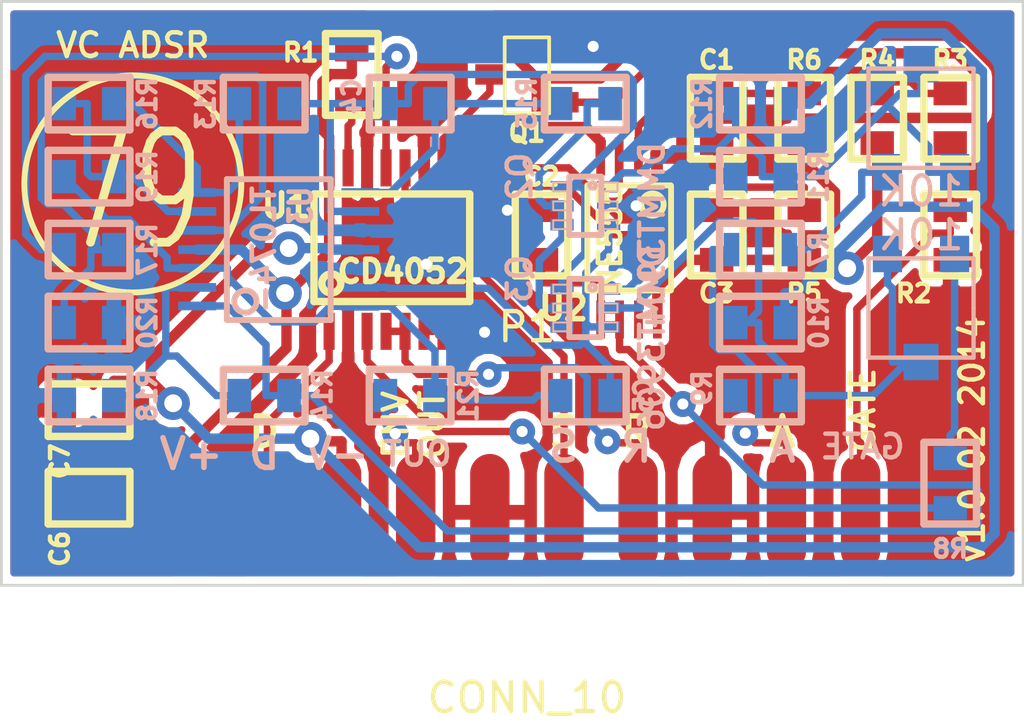
<source format=kicad_pcb>
(kicad_pcb (version 3) (host pcbnew "(2014-05-28 BZR 4896)-product")

  (general
    (links 93)
    (no_connects 6)
    (area 97.949999 74.449999 133.050001 94.550001)
    (thickness 1.6)
    (drawings 23)
    (tracks 512)
    (zones 0)
    (modules 37)
    (nets 33)
  )

  (page A3)
  (layers
    (15 F.Cu signal)
    (0 B.Cu signal)
    (16 B.Adhes user)
    (17 F.Adhes user)
    (18 B.Paste user)
    (19 F.Paste user)
    (20 B.SilkS user)
    (21 F.SilkS user)
    (22 B.Mask user)
    (23 F.Mask user)
    (24 Dwgs.User user)
    (25 Cmts.User user)
    (26 Eco1.User user)
    (27 Eco2.User user)
    (28 Edge.Cuts user)
  )

  (setup
    (last_trace_width 0.254)
    (trace_clearance 0.254)
    (zone_clearance 0.254)
    (zone_45_only no)
    (trace_min 0.254)
    (segment_width 0.2)
    (edge_width 0.1)
    (via_size 0.889)
    (via_drill 0.381)
    (via_min_size 0.889)
    (via_min_drill 0.381)
    (uvia_size 0.508)
    (uvia_drill 0.127)
    (uvias_allowed no)
    (uvia_min_size 0.508)
    (uvia_min_drill 0.127)
    (pcb_text_width 0.3)
    (pcb_text_size 1.5 1.5)
    (mod_edge_width 0.15)
    (mod_text_size 1 1)
    (mod_text_width 0.15)
    (pad_size 1.5 1.5)
    (pad_drill 0.6)
    (pad_to_mask_clearance 0)
    (aux_axis_origin 0 0)
    (visible_elements 7FFEFF7F)
    (pcbplotparams
      (layerselection 284196865)
      (usegerberextensions true)
      (excludeedgelayer true)
      (linewidth 0.150000)
      (plotframeref false)
      (viasonmask false)
      (mode 1)
      (useauxorigin false)
      (hpglpennumber 1)
      (hpglpenspeed 20)
      (hpglpendiameter 15)
      (hpglpenoverlay 2)
      (psnegative false)
      (psa4output false)
      (plotreference true)
      (plotvalue false)
      (plotinvisibletext false)
      (padsonsilk false)
      (subtractmaskfromsilk true)
      (outputformat 1)
      (mirror false)
      (drillshape 0)
      (scaleselection 1)
      (outputdirectory Gerbers/))
  )

  (net 0 "")
  (net 1 +12V)
  (net 2 -12V)
  (net 3 ATTACK)
  (net 4 DECAY)
  (net 5 "ENV OUT")
  (net 6 GATE)
  (net 7 GND)
  (net 8 RELEASE)
  (net 9 SUSTAIN)
  (net 10 "Net-(C1-Pad1)")
  (net 11 "Net-(C1-Pad2)")
  (net 12 "Net-(C2-Pad1)")
  (net 13 "Net-(C4-Pad1)")
  (net 14 "Net-(C4-Pad2)")
  (net 15 "Net-(C5-Pad1)")
  (net 16 "Net-(C5-Pad2)")
  (net 17 "Net-(Q1-Pad2)")
  (net 18 "Net-(Q2-Pad1)")
  (net 19 "Net-(Q2-Pad4)")
  (net 20 "Net-(Q3-Pad2)")
  (net 21 "Net-(R1-Pad2)")
  (net 22 "Net-(R7-Pad2)")
  (net 23 "Net-(R8-Pad1)")
  (net 24 "Net-(R8-Pad2)")
  (net 25 "Net-(R13-Pad2)")
  (net 26 "Net-(R14-Pad1)")
  (net 27 "Net-(R14-Pad2)")
  (net 28 "Net-(R16-Pad2)")
  (net 29 "Net-(R17-Pad1)")
  (net 30 "Net-(R17-Pad2)")
  (net 31 "Net-(U1-Pad9)")
  (net 32 "Net-(U2-Pad7)")

  (net_class Default "This is the default net class."
    (clearance 0.254)
    (trace_width 0.254)
    (via_dia 0.889)
    (via_drill 0.381)
    (uvia_dia 0.508)
    (uvia_drill 0.127)
    (add_net GND)
    (add_net "Net-(C1-Pad1)")
    (add_net "Net-(C1-Pad2)")
    (add_net "Net-(C2-Pad1)")
    (add_net "Net-(C4-Pad1)")
    (add_net "Net-(C4-Pad2)")
    (add_net "Net-(C5-Pad1)")
    (add_net "Net-(C5-Pad2)")
    (add_net "Net-(Q1-Pad2)")
    (add_net "Net-(Q2-Pad1)")
    (add_net "Net-(Q2-Pad4)")
    (add_net "Net-(Q3-Pad2)")
    (add_net "Net-(R1-Pad2)")
    (add_net "Net-(R13-Pad2)")
    (add_net "Net-(R14-Pad1)")
    (add_net "Net-(R14-Pad2)")
    (add_net "Net-(R16-Pad2)")
    (add_net "Net-(R17-Pad1)")
    (add_net "Net-(R17-Pad2)")
    (add_net "Net-(R7-Pad2)")
    (add_net "Net-(R8-Pad1)")
    (add_net "Net-(R8-Pad2)")
    (add_net "Net-(U1-Pad9)")
    (add_net "Net-(U2-Pad7)")
  )

  (net_class POWER ""
    (clearance 0.254)
    (trace_width 0.3556)
    (via_dia 1.143)
    (via_drill 0.6096)
    (uvia_dia 0.508)
    (uvia_drill 0.127)
    (add_net +12V)
    (add_net -12V)
  )

  (net_class SIGNAL ""
    (clearance 0.254)
    (trace_width 0.254)
    (via_dia 0.889)
    (via_drill 0.381)
    (uvia_dia 0.508)
    (uvia_drill 0.127)
    (add_net ATTACK)
    (add_net DECAY)
    (add_net "ENV OUT")
    (add_net GATE)
    (add_net RELEASE)
    (add_net SUSTAIN)
  )

  (module TSSOP8-JRL (layer F.Cu) (tedit 52F02B18) (tstamp 52EC3E46)
    (at 119.5 82.5 180)
    (path /52EA6826)
    (attr smd)
    (fp_text reference U2 (at 2.25 -2.5 180) (layer F.SilkS)
      (effects (font (size 0.8128 0.8128) (thickness 0.1905)))
    )
    (fp_text value NE555 (at 0.65 -0.1 270) (layer F.SilkS)
      (effects (font (size 0.762 0.762) (thickness 0.16002)))
    )
    (fp_line (start -1.43 -1.9) (end 1.43 -1.9) (layer F.SilkS) (width 0.2))
    (fp_line (start 1.43 -1.9) (end 1.43 1.7) (layer F.SilkS) (width 0.2))
    (fp_line (start 1.43 1.7) (end -1.43 1.7) (layer F.SilkS) (width 0.2))
    (fp_line (start -1.438 1.678) (end -1.438 -1.878) (layer F.SilkS) (width 0.2))
    (fp_circle (center -0.803 1.043) (end -1.184 1.043) (layer F.SilkS) (width 0.2))
    (pad 1 smd rect (at -0.9554 2.694 180) (size 0.29972 1.30048) (layers F.Cu F.Paste F.Mask)
      (net 7 GND))
    (pad 2 smd rect (at -0.3204 2.694 180) (size 0.29972 1.30048) (layers F.Cu F.Paste F.Mask)
      (net 11 "Net-(C1-Pad2)"))
    (pad 3 smd rect (at 0.34 2.694 180) (size 0.29972 1.30048) (layers F.Cu F.Paste F.Mask)
      (net 31 "Net-(U1-Pad9)"))
    (pad 4 smd rect (at 0.975 2.694 180) (size 0.29972 1.30048) (layers F.Cu F.Paste F.Mask)
      (net 1 +12V))
    (pad 5 smd rect (at 0.975 -2.894 180) (size 0.29972 1.30048) (layers F.Cu F.Paste F.Mask)
      (net 12 "Net-(C2-Pad1)"))
    (pad 6 smd rect (at 0.3273 -2.894 180) (size 0.29972 1.30048) (layers F.Cu F.Paste F.Mask)
      (net 26 "Net-(R14-Pad1)"))
    (pad 7 smd rect (at -0.3204 -2.894 180) (size 0.29972 1.30048) (layers F.Cu F.Paste F.Mask)
      (net 32 "Net-(U2-Pad7)"))
    (pad 8 smd rect (at -0.9681 -2.894 180) (size 0.29972 1.30048) (layers F.Cu F.Paste F.Mask)
      (net 1 +12V))
    (model smd\smd_dil\tssop-14.wrl
      (at (xyz 0 0 0))
      (scale (xyz 1 1 1))
      (rotate (xyz 0 0 0))
    )
  )

  (module TSSOP16 (layer F.Cu) (tedit 52F02AEC) (tstamp 52EC3E5F)
    (at 111.5 83)
    (path /52E9DAA2)
    (attr smd)
    (fp_text reference U1 (at -3.75 -1.5) (layer F.SilkS)
      (effects (font (size 0.8128 0.8128) (thickness 0.1905)))
    )
    (fp_text value CD4052 (at 0.24892 0.7493) (layer F.SilkS)
      (effects (font (size 0.762 0.762) (thickness 0.1905)))
    )
    (fp_line (start -2.794 -1.905) (end 2.54 -1.905) (layer F.SilkS) (width 0.254))
    (fp_line (start 2.54 -1.905) (end 2.54 1.778) (layer F.SilkS) (width 0.254))
    (fp_line (start 2.54 1.778) (end -2.794 1.778) (layer F.SilkS) (width 0.254))
    (fp_line (start -2.794 1.778) (end -2.794 -1.905) (layer F.SilkS) (width 0.254))
    (fp_circle (center -2.20218 1.15824) (end -2.40538 1.41224) (layer F.SilkS) (width 0.254))
    (pad 1 smd rect (at -2.27584 2.79908) (size 0.381 1.27) (layers F.Cu F.Paste F.Mask)
      (net 4 DECAY))
    (pad 2 smd rect (at -1.6256 2.79908) (size 0.381 1.27) (layers F.Cu F.Paste F.Mask)
      (net 7 GND))
    (pad 3 smd rect (at -0.97536 2.79908) (size 0.381 1.27) (layers F.Cu F.Paste F.Mask)
      (net 23 "Net-(R8-Pad1)"))
    (pad 4 smd rect (at -0.32512 2.79908) (size 0.381 1.27) (layers F.Cu F.Paste F.Mask)
      (net 8 RELEASE))
    (pad 5 smd rect (at 0.32512 2.79908) (size 0.381 1.27) (layers F.Cu F.Paste F.Mask)
      (net 8 RELEASE))
    (pad 6 smd rect (at 0.97536 2.79908) (size 0.381 1.27) (layers F.Cu F.Paste F.Mask)
      (net 7 GND))
    (pad 7 smd rect (at 1.6256 2.79908) (size 0.381 1.27) (layers F.Cu F.Paste F.Mask)
      (net 7 GND))
    (pad 8 smd rect (at 2.27584 2.79908) (size 0.381 1.27) (layers F.Cu F.Paste F.Mask)
      (net 7 GND))
    (pad 9 smd rect (at 2.27584 -2.79908) (size 0.381 1.27) (layers F.Cu F.Paste F.Mask)
      (net 31 "Net-(U1-Pad9)"))
    (pad 10 smd rect (at 1.6256 -2.79908) (size 0.381 1.27) (layers F.Cu F.Paste F.Mask)
      (net 10 "Net-(C1-Pad1)"))
    (pad 11 smd rect (at 0.97536 -2.79908) (size 0.381 1.27) (layers F.Cu F.Paste F.Mask)
      (net 7 GND))
    (pad 12 smd rect (at 0.32512 -2.79908) (size 0.381 1.27) (layers F.Cu F.Paste F.Mask)
      (net 9 SUSTAIN))
    (pad 13 smd rect (at -0.32512 -2.79908) (size 0.381 1.27) (layers F.Cu F.Paste F.Mask)
      (net 29 "Net-(R17-Pad1)"))
    (pad 14 smd rect (at -0.97536 -2.79908) (size 0.381 1.27) (layers F.Cu F.Paste F.Mask)
      (net 7 GND))
    (pad 15 smd rect (at -1.6256 -2.79908) (size 0.381 1.27) (layers F.Cu F.Paste F.Mask)
      (net 21 "Net-(R1-Pad2)"))
    (pad 16 smd rect (at -2.27584 -2.79908) (size 0.381 1.27) (layers F.Cu F.Paste F.Mask)
      (net 1 +12V))
    (model smd\smd_dil\tssop-16.wrl
      (at (xyz 0 0 0))
      (scale (xyz 1 1 1))
      (rotate (xyz 0 0 0))
    )
  )

  (module TSSOP14 (layer B.Cu) (tedit 52F02B6A) (tstamp 52EC3E76)
    (at 107.5 83 90)
    (path /52E9CC88)
    (attr smd)
    (fp_text reference U3 (at 1.5 0.75 270) (layer B.SilkS)
      (effects (font (size 0.762 0.635) (thickness 0.16002)) (justify mirror))
    )
    (fp_text value TL074- (at 0 -0.508 90) (layer B.SilkS)
      (effects (font (size 0.762 0.762) (thickness 0.16002)) (justify mirror))
    )
    (fp_line (start -2.413 1.778) (end 2.413 1.778) (layer B.SilkS) (width 0.2032))
    (fp_line (start 2.413 1.778) (end 2.413 -1.778) (layer B.SilkS) (width 0.2032))
    (fp_line (start 2.413 -1.778) (end -2.413 -1.778) (layer B.SilkS) (width 0.2032))
    (fp_line (start -2.413 -1.778) (end -2.413 1.778) (layer B.SilkS) (width 0.2032))
    (fp_circle (center -1.778 -1.143) (end -2.159 -1.143) (layer B.SilkS) (width 0.2032))
    (pad 1 smd rect (at -1.9304 -2.794 90) (size 0.29972 1.30048) (layers B.Cu B.Paste B.Mask)
      (net 26 "Net-(R14-Pad1)"))
    (pad 2 smd rect (at -1.2954 -2.794 90) (size 0.29972 1.30048) (layers B.Cu B.Paste B.Mask)
      (net 27 "Net-(R14-Pad2)"))
    (pad 3 smd rect (at -0.635 -2.794 90) (size 0.29972 1.30048) (layers B.Cu B.Paste B.Mask)
      (net 15 "Net-(C5-Pad1)"))
    (pad 4 smd rect (at 0 -2.794 90) (size 0.29972 1.30048) (layers B.Cu B.Paste B.Mask)
      (net 1 +12V))
    (pad 5 smd rect (at 0.6604 -2.794 90) (size 0.29972 1.30048) (layers B.Cu B.Paste B.Mask)
      (net 30 "Net-(R17-Pad2)"))
    (pad 6 smd rect (at 1.3081 -2.794 90) (size 0.29972 1.30048) (layers B.Cu B.Paste B.Mask)
      (net 28 "Net-(R16-Pad2)"))
    (pad 7 smd rect (at 1.9558 -2.794 90) (size 0.29972 1.30048) (layers B.Cu B.Paste B.Mask)
      (net 25 "Net-(R13-Pad2)"))
    (pad 8 smd rect (at 1.9558 2.794 90) (size 0.29972 1.30048) (layers B.Cu B.Paste B.Mask)
      (net 13 "Net-(C4-Pad1)"))
    (pad 9 smd rect (at 1.3081 2.794 90) (size 0.29972 1.30048) (layers B.Cu B.Paste B.Mask)
      (net 14 "Net-(C4-Pad2)"))
    (pad 10 smd rect (at 0.6604 2.794 90) (size 0.29972 1.30048) (layers B.Cu B.Paste B.Mask)
      (net 7 GND))
    (pad 11 smd rect (at 0 2.794 90) (size 0.29972 1.30048) (layers B.Cu B.Paste B.Mask)
      (net 2 -12V))
    (pad 12 smd rect (at -0.6477 2.794 90) (size 0.29972 1.30048) (layers B.Cu B.Paste B.Mask)
      (net 7 GND))
    (pad 13 smd rect (at -1.2954 2.794 90) (size 0.29972 1.30048) (layers B.Cu B.Paste B.Mask)
      (net 16 "Net-(C5-Pad2)"))
    (pad 14 smd rect (at -1.9431 2.794 90) (size 0.29972 1.30048) (layers B.Cu B.Paste B.Mask)
      (net 15 "Net-(C5-Pad1)"))
    (model smd\smd_dil\tssop-14.wrl
      (at (xyz 0 0 0))
      (scale (xyz 1 1 1))
      (rotate (xyz 0 0 0))
    )
  )

  (module SOT363-JRL (layer B.Cu) (tedit 52F02B7C) (tstamp 52EFBA56)
    (at 118 85 270)
    (descr "SMALL OUTLINE TRANSISTOR; 6 LEADS")
    (tags "SMALL OUTLINE TRANSISTOR; 6 LEADS")
    (path /52EA83F8)
    (attr smd)
    (fp_text reference Q3 (at -1 2.25 270) (layer B.SilkS)
      (effects (font (size 0.8128 0.8128) (thickness 0.1524)) (justify mirror))
    )
    (fp_text value DMMT3906 (at 1.016 -2.286 270) (layer B.SilkS)
      (effects (font (size 0.8128 0.8128) (thickness 0.1524)) (justify mirror))
    )
    (fp_line (start -0.79756 -1.09982) (end -0.49784 -1.09982) (layer B.SilkS) (width 0.06604))
    (fp_line (start -0.49784 -1.09982) (end -0.49784 -0.59944) (layer B.SilkS) (width 0.06604))
    (fp_line (start -0.79756 -0.59944) (end -0.49784 -0.59944) (layer B.SilkS) (width 0.06604))
    (fp_line (start -0.79756 -1.09982) (end -0.79756 -0.59944) (layer B.SilkS) (width 0.06604))
    (fp_line (start -0.14986 -1.09982) (end 0.14986 -1.09982) (layer B.SilkS) (width 0.06604))
    (fp_line (start 0.14986 -1.09982) (end 0.14986 -0.59944) (layer B.SilkS) (width 0.06604))
    (fp_line (start -0.14986 -0.59944) (end 0.14986 -0.59944) (layer B.SilkS) (width 0.06604))
    (fp_line (start -0.14986 -1.09982) (end -0.14986 -0.59944) (layer B.SilkS) (width 0.06604))
    (fp_line (start 0.49784 -1.09982) (end 0.79756 -1.09982) (layer B.SilkS) (width 0.06604))
    (fp_line (start 0.79756 -1.09982) (end 0.79756 -0.59944) (layer B.SilkS) (width 0.06604))
    (fp_line (start 0.49784 -0.59944) (end 0.79756 -0.59944) (layer B.SilkS) (width 0.06604))
    (fp_line (start 0.49784 -1.09982) (end 0.49784 -0.59944) (layer B.SilkS) (width 0.06604))
    (fp_line (start 0.49784 0.59944) (end 0.79756 0.59944) (layer B.SilkS) (width 0.06604))
    (fp_line (start 0.79756 0.59944) (end 0.79756 1.09982) (layer B.SilkS) (width 0.06604))
    (fp_line (start 0.49784 1.09982) (end 0.79756 1.09982) (layer B.SilkS) (width 0.06604))
    (fp_line (start 0.49784 0.59944) (end 0.49784 1.09982) (layer B.SilkS) (width 0.06604))
    (fp_line (start -0.14986 0.59944) (end 0.14986 0.59944) (layer B.SilkS) (width 0.06604))
    (fp_line (start 0.14986 0.59944) (end 0.14986 1.09982) (layer B.SilkS) (width 0.06604))
    (fp_line (start -0.14986 1.09982) (end 0.14986 1.09982) (layer B.SilkS) (width 0.06604))
    (fp_line (start -0.14986 0.59944) (end -0.14986 1.09982) (layer B.SilkS) (width 0.06604))
    (fp_line (start -0.79756 0.59944) (end -0.49784 0.59944) (layer B.SilkS) (width 0.06604))
    (fp_line (start -0.49784 0.59944) (end -0.49784 1.09982) (layer B.SilkS) (width 0.06604))
    (fp_line (start -0.79756 1.09982) (end -0.49784 1.09982) (layer B.SilkS) (width 0.06604))
    (fp_line (start -0.79756 0.59944) (end -0.79756 1.09982) (layer B.SilkS) (width 0.06604))
    (fp_line (start -0.99822 0.54864) (end 0.99822 0.54864) (layer B.SilkS) (width 0.2032))
    (fp_line (start 0.99822 0.54864) (end 0.99822 -0.54864) (layer B.SilkS) (width 0.2032))
    (fp_line (start 0.99822 -0.54864) (end -0.99822 -0.54864) (layer B.SilkS) (width 0.2032))
    (fp_line (start -0.99822 -0.54864) (end -0.99822 0.54864) (layer B.SilkS) (width 0.2032))
    (fp_circle (center -0.6985 -0.24892) (end -0.77216 -0.32258) (layer B.SilkS) (width 0.1524))
    (pad 1 smd rect (at -0.6477 -0.79756 270) (size 0.39878 0.79756) (layers B.Cu B.Paste B.Mask)
      (net 7 GND))
    (pad 2 smd rect (at 0 -0.79756 270) (size 0.39878 0.79756) (layers B.Cu B.Paste B.Mask)
      (net 20 "Net-(Q3-Pad2)"))
    (pad 3 smd rect (at 0.6477 -0.79756 270) (size 0.39878 0.79756) (layers B.Cu B.Paste B.Mask)
      (net 16 "Net-(C5-Pad2)"))
    (pad 4 smd rect (at 0.6477 0.79756 270) (size 0.39878 0.79756) (layers B.Cu B.Paste B.Mask)
      (net 19 "Net-(Q2-Pad4)"))
    (pad 5 smd rect (at 0 0.79756 270) (size 0.39878 0.79756) (layers B.Cu B.Paste B.Mask)
      (net 19 "Net-(Q2-Pad4)"))
    (pad 6 smd rect (at -0.6477 0.79756 270) (size 0.39878 0.79756) (layers B.Cu B.Paste B.Mask)
      (net 14 "Net-(C4-Pad2)"))
  )

  (module SOT363-JRL (layer B.Cu) (tedit 52F02B77) (tstamp 52EFBA7E)
    (at 118 81.5 270)
    (descr "SMALL OUTLINE TRANSISTOR; 6 LEADS")
    (tags "SMALL OUTLINE TRANSISTOR; 6 LEADS")
    (path /52EA83E9)
    (attr smd)
    (fp_text reference Q2 (at -1 2.25 450) (layer B.SilkS)
      (effects (font (size 0.8128 0.8128) (thickness 0.1524)) (justify mirror))
    )
    (fp_text value DMMT3904 (at 1.016 -2.286 270) (layer B.SilkS)
      (effects (font (size 0.8128 0.8128) (thickness 0.1524)) (justify mirror))
    )
    (fp_line (start -0.79756 -1.09982) (end -0.49784 -1.09982) (layer B.SilkS) (width 0.06604))
    (fp_line (start -0.49784 -1.09982) (end -0.49784 -0.59944) (layer B.SilkS) (width 0.06604))
    (fp_line (start -0.79756 -0.59944) (end -0.49784 -0.59944) (layer B.SilkS) (width 0.06604))
    (fp_line (start -0.79756 -1.09982) (end -0.79756 -0.59944) (layer B.SilkS) (width 0.06604))
    (fp_line (start -0.14986 -1.09982) (end 0.14986 -1.09982) (layer B.SilkS) (width 0.06604))
    (fp_line (start 0.14986 -1.09982) (end 0.14986 -0.59944) (layer B.SilkS) (width 0.06604))
    (fp_line (start -0.14986 -0.59944) (end 0.14986 -0.59944) (layer B.SilkS) (width 0.06604))
    (fp_line (start -0.14986 -1.09982) (end -0.14986 -0.59944) (layer B.SilkS) (width 0.06604))
    (fp_line (start 0.49784 -1.09982) (end 0.79756 -1.09982) (layer B.SilkS) (width 0.06604))
    (fp_line (start 0.79756 -1.09982) (end 0.79756 -0.59944) (layer B.SilkS) (width 0.06604))
    (fp_line (start 0.49784 -0.59944) (end 0.79756 -0.59944) (layer B.SilkS) (width 0.06604))
    (fp_line (start 0.49784 -1.09982) (end 0.49784 -0.59944) (layer B.SilkS) (width 0.06604))
    (fp_line (start 0.49784 0.59944) (end 0.79756 0.59944) (layer B.SilkS) (width 0.06604))
    (fp_line (start 0.79756 0.59944) (end 0.79756 1.09982) (layer B.SilkS) (width 0.06604))
    (fp_line (start 0.49784 1.09982) (end 0.79756 1.09982) (layer B.SilkS) (width 0.06604))
    (fp_line (start 0.49784 0.59944) (end 0.49784 1.09982) (layer B.SilkS) (width 0.06604))
    (fp_line (start -0.14986 0.59944) (end 0.14986 0.59944) (layer B.SilkS) (width 0.06604))
    (fp_line (start 0.14986 0.59944) (end 0.14986 1.09982) (layer B.SilkS) (width 0.06604))
    (fp_line (start -0.14986 1.09982) (end 0.14986 1.09982) (layer B.SilkS) (width 0.06604))
    (fp_line (start -0.14986 0.59944) (end -0.14986 1.09982) (layer B.SilkS) (width 0.06604))
    (fp_line (start -0.79756 0.59944) (end -0.49784 0.59944) (layer B.SilkS) (width 0.06604))
    (fp_line (start -0.49784 0.59944) (end -0.49784 1.09982) (layer B.SilkS) (width 0.06604))
    (fp_line (start -0.79756 1.09982) (end -0.49784 1.09982) (layer B.SilkS) (width 0.06604))
    (fp_line (start -0.79756 0.59944) (end -0.79756 1.09982) (layer B.SilkS) (width 0.06604))
    (fp_line (start -0.99822 0.54864) (end 0.99822 0.54864) (layer B.SilkS) (width 0.2032))
    (fp_line (start 0.99822 0.54864) (end 0.99822 -0.54864) (layer B.SilkS) (width 0.2032))
    (fp_line (start 0.99822 -0.54864) (end -0.99822 -0.54864) (layer B.SilkS) (width 0.2032))
    (fp_line (start -0.99822 -0.54864) (end -0.99822 0.54864) (layer B.SilkS) (width 0.2032))
    (fp_circle (center -0.6985 -0.24892) (end -0.77216 -0.32258) (layer B.SilkS) (width 0.1524))
    (pad 1 smd rect (at -0.6477 -0.79756 270) (size 0.39878 0.79756) (layers B.Cu B.Paste B.Mask)
      (net 18 "Net-(Q2-Pad1)"))
    (pad 2 smd rect (at 0 -0.79756 270) (size 0.39878 0.79756) (layers B.Cu B.Paste B.Mask)
      (net 7 GND))
    (pad 3 smd rect (at 0.6477 -0.79756 270) (size 0.39878 0.79756) (layers B.Cu B.Paste B.Mask)
      (net 16 "Net-(C5-Pad2)"))
    (pad 4 smd rect (at 0.6477 0.79756 270) (size 0.39878 0.79756) (layers B.Cu B.Paste B.Mask)
      (net 19 "Net-(Q2-Pad4)"))
    (pad 5 smd rect (at 0 0.79756 270) (size 0.39878 0.79756) (layers B.Cu B.Paste B.Mask)
      (net 19 "Net-(Q2-Pad4)"))
    (pad 6 smd rect (at -0.6477 0.79756 270) (size 0.39878 0.79756) (layers B.Cu B.Paste B.Mask)
      (net 14 "Net-(C4-Pad2)"))
  )

  (module SOT23-JRL (layer F.Cu) (tedit 52F02A8D) (tstamp 52EF2878)
    (at 116 77 90)
    (tags SOT23)
    (path /52EA6833)
    (fp_text reference Q1 (at -2 0 180) (layer F.SilkS)
      (effects (font (size 0.6096 0.6096) (thickness 0.1524)))
    )
    (fp_text value 2N3904 (at 0.0635 0 90) (layer F.SilkS) hide
      (effects (font (size 0.8128 0.8128) (thickness 0.1524)))
    )
    (fp_line (start 1.27 0.762) (end -1.3335 0.762) (layer F.SilkS) (width 0.127))
    (fp_line (start -1.3335 0.762) (end -1.3335 -0.762) (layer F.SilkS) (width 0.127))
    (fp_line (start -1.3335 -0.762) (end 1.27 -0.762) (layer F.SilkS) (width 0.127))
    (fp_line (start 1.27 -0.762) (end 1.27 0.762) (layer F.SilkS) (width 0.127))
    (pad 3 smd rect (at 0 -1.27 90) (size 0.70104 1.00076) (layers F.Cu F.Paste F.Mask)
      (net 10 "Net-(C1-Pad1)"))
    (pad 1 smd rect (at 0.9525 1.27 90) (size 0.70104 1.00076) (layers F.Cu F.Paste F.Mask)
      (net 7 GND))
    (pad 2 smd rect (at -0.9525 1.27 90) (size 0.70104 1.00076) (layers F.Cu F.Paste F.Mask)
      (net 17 "Net-(Q1-Pad2)"))
    (model smd/SOT23_6.wrl
      (at (xyz 0 0 0))
      (scale (xyz 0.11 0.11 0.11))
      (rotate (xyz 0 0 -180))
    )
  )

  (module SM0603-JRL (layer B.Cu) (tedit 52F02B8C) (tstamp 52EC3ED9)
    (at 124 88)
    (path /52EA8356)
    (attr smd)
    (fp_text reference R9 (at -2 -0.25 90) (layer B.SilkS)
      (effects (font (size 0.6096 0.6096) (thickness 0.1524)) (justify mirror))
    )
    (fp_text value 2.2K (at 0 0) (layer B.SilkS) hide
      (effects (font (size 0.508 0.4572) (thickness 0.1143)) (justify mirror))
    )
    (fp_line (start -1.4 -0.9) (end 1.4 -0.9) (layer B.SilkS) (width 0.254))
    (fp_line (start 1.4 -0.9) (end 1.4 0.9) (layer B.SilkS) (width 0.254))
    (fp_line (start 1.4 0.9) (end -1.4 0.9) (layer B.SilkS) (width 0.254))
    (fp_line (start -1.4 0.9) (end -1.4 -0.9) (layer B.SilkS) (width 0.254))
    (pad 1 smd rect (at -0.8509 0) (size 0.8128 1.143) (layers B.Cu B.Paste B.Mask)
      (net 7 GND))
    (pad 2 smd rect (at 0.8509 0) (size 0.8128 1.143) (layers B.Cu B.Paste B.Mask)
      (net 20 "Net-(Q3-Pad2)"))
    (model smd\resistors\R0603.wrl
      (at (xyz 0 0 0.001))
      (scale (xyz 0.5 0.5 0.5))
      (rotate (xyz 0 0 0))
    )
  )

  (module SM0603-JRL (layer F.Cu) (tedit 52F02A9D) (tstamp 52EF286C)
    (at 128 78.5 270)
    (path /52EA68F7)
    (attr smd)
    (fp_text reference R4 (at -2 0 360) (layer F.SilkS)
      (effects (font (size 0.6096 0.6096) (thickness 0.1524)))
    )
    (fp_text value 330K (at 0 0 270) (layer F.SilkS) hide
      (effects (font (size 0.508 0.4572) (thickness 0.1143)))
    )
    (fp_line (start -1.4 0.9) (end 1.4 0.9) (layer F.SilkS) (width 0.254))
    (fp_line (start 1.4 0.9) (end 1.4 -0.9) (layer F.SilkS) (width 0.254))
    (fp_line (start 1.4 -0.9) (end -1.4 -0.9) (layer F.SilkS) (width 0.254))
    (fp_line (start -1.4 -0.9) (end -1.4 0.9) (layer F.SilkS) (width 0.254))
    (pad 1 smd rect (at -0.8509 0 270) (size 0.8128 1.143) (layers F.Cu F.Paste F.Mask)
      (net 17 "Net-(Q1-Pad2)"))
    (pad 2 smd rect (at 0.8509 0 270) (size 0.8128 1.143) (layers F.Cu F.Paste F.Mask)
      (net 2 -12V))
    (model smd\resistors\R0603.wrl
      (at (xyz 0 0 0.001))
      (scale (xyz 0.5 0.5 0.5))
      (rotate (xyz 0 0 0))
    )
  )

  (module SM0603-JRL (layer F.Cu) (tedit 52F02A96) (tstamp 52EC3EED)
    (at 122.5 78.5 90)
    (path /52EA6BA1)
    (attr smd)
    (fp_text reference C1 (at 2 0 180) (layer F.SilkS)
      (effects (font (size 0.6096 0.6096) (thickness 0.1524)))
    )
    (fp_text value 100n (at 0 0 90) (layer F.SilkS) hide
      (effects (font (size 0.508 0.4572) (thickness 0.1143)))
    )
    (fp_line (start -1.4 0.9) (end 1.4 0.9) (layer F.SilkS) (width 0.254))
    (fp_line (start 1.4 0.9) (end 1.4 -0.9) (layer F.SilkS) (width 0.254))
    (fp_line (start 1.4 -0.9) (end -1.4 -0.9) (layer F.SilkS) (width 0.254))
    (fp_line (start -1.4 -0.9) (end -1.4 0.9) (layer F.SilkS) (width 0.254))
    (pad 1 smd rect (at -0.8509 0 90) (size 0.8128 1.143) (layers F.Cu F.Paste F.Mask)
      (net 10 "Net-(C1-Pad1)"))
    (pad 2 smd rect (at 0.8509 0 90) (size 0.8128 1.143) (layers F.Cu F.Paste F.Mask)
      (net 11 "Net-(C1-Pad2)"))
    (model smd\resistors\R0603.wrl
      (at (xyz 0 0 0.001))
      (scale (xyz 0.5 0.5 0.5))
      (rotate (xyz 0 0 0))
    )
  )

  (module SM0603-JRL (layer F.Cu) (tedit 52F02A99) (tstamp 52EC3EF7)
    (at 125.5 78.5 90)
    (path /52EA6BBB)
    (attr smd)
    (fp_text reference R6 (at 2 0 180) (layer F.SilkS)
      (effects (font (size 0.6096 0.6096) (thickness 0.1524)))
    )
    (fp_text value 10K (at 0 0 90) (layer F.SilkS) hide
      (effects (font (size 0.508 0.4572) (thickness 0.1143)))
    )
    (fp_line (start -1.4 0.9) (end 1.4 0.9) (layer F.SilkS) (width 0.254))
    (fp_line (start 1.4 0.9) (end 1.4 -0.9) (layer F.SilkS) (width 0.254))
    (fp_line (start 1.4 -0.9) (end -1.4 -0.9) (layer F.SilkS) (width 0.254))
    (fp_line (start -1.4 -0.9) (end -1.4 0.9) (layer F.SilkS) (width 0.254))
    (pad 1 smd rect (at -0.8509 0 90) (size 0.8128 1.143) (layers F.Cu F.Paste F.Mask)
      (net 1 +12V))
    (pad 2 smd rect (at 0.8509 0 90) (size 0.8128 1.143) (layers F.Cu F.Paste F.Mask)
      (net 11 "Net-(C1-Pad2)"))
    (model smd\resistors\R0603.wrl
      (at (xyz 0 0 0.001))
      (scale (xyz 0.5 0.5 0.5))
      (rotate (xyz 0 0 0))
    )
  )

  (module SM0603-JRL (layer F.Cu) (tedit 52F02AB3) (tstamp 52EC3F01)
    (at 116.5 82.5 90)
    (path /52EA7373)
    (attr smd)
    (fp_text reference C2 (at 2 0 180) (layer F.SilkS)
      (effects (font (size 0.6096 0.6096) (thickness 0.1524)))
    )
    (fp_text value 0.01μ (at 0 0 90) (layer F.SilkS) hide
      (effects (font (size 0.508 0.4572) (thickness 0.1143)))
    )
    (fp_line (start -1.4 0.9) (end 1.4 0.9) (layer F.SilkS) (width 0.254))
    (fp_line (start 1.4 0.9) (end 1.4 -0.9) (layer F.SilkS) (width 0.254))
    (fp_line (start 1.4 -0.9) (end -1.4 -0.9) (layer F.SilkS) (width 0.254))
    (fp_line (start -1.4 -0.9) (end -1.4 0.9) (layer F.SilkS) (width 0.254))
    (pad 1 smd rect (at -0.8509 0 90) (size 0.8128 1.143) (layers F.Cu F.Paste F.Mask)
      (net 12 "Net-(C2-Pad1)"))
    (pad 2 smd rect (at 0.8509 0 90) (size 0.8128 1.143) (layers F.Cu F.Paste F.Mask)
      (net 7 GND))
    (model smd\resistors\R0603.wrl
      (at (xyz 0 0 0.001))
      (scale (xyz 0.5 0.5 0.5))
      (rotate (xyz 0 0 0))
    )
  )

  (module SM0603-JRL (layer B.Cu) (tedit 52F02B5A) (tstamp 52EC3F0B)
    (at 107 88 180)
    (path /52EA7939)
    (attr smd)
    (fp_text reference R14 (at -2 0 270) (layer B.SilkS)
      (effects (font (size 0.6096 0.6096) (thickness 0.1524)) (justify mirror))
    )
    (fp_text value 56K** (at 0 0 180) (layer B.SilkS) hide
      (effects (font (size 0.508 0.4572) (thickness 0.1143)) (justify mirror))
    )
    (fp_line (start -1.4 -0.9) (end 1.4 -0.9) (layer B.SilkS) (width 0.254))
    (fp_line (start 1.4 -0.9) (end 1.4 0.9) (layer B.SilkS) (width 0.254))
    (fp_line (start 1.4 0.9) (end -1.4 0.9) (layer B.SilkS) (width 0.254))
    (fp_line (start -1.4 0.9) (end -1.4 -0.9) (layer B.SilkS) (width 0.254))
    (pad 1 smd rect (at -0.8509 0 180) (size 0.8128 1.143) (layers B.Cu B.Paste B.Mask)
      (net 26 "Net-(R14-Pad1)"))
    (pad 2 smd rect (at 0.8509 0 180) (size 0.8128 1.143) (layers B.Cu B.Paste B.Mask)
      (net 27 "Net-(R14-Pad2)"))
    (model smd\resistors\R0603.wrl
      (at (xyz 0 0 0.001))
      (scale (xyz 0.5 0.5 0.5))
      (rotate (xyz 0 0 0))
    )
  )

  (module SM0603-JRL (layer B.Cu) (tedit 52F02B54) (tstamp 52EC3F15)
    (at 101 88 180)
    (path /52EA793F)
    (attr smd)
    (fp_text reference R18 (at -2 0 270) (layer B.SilkS)
      (effects (font (size 0.6096 0.6096) (thickness 0.1524)) (justify mirror))
    )
    (fp_text value 91K (at 0 0 180) (layer B.SilkS) hide
      (effects (font (size 0.508 0.4572) (thickness 0.1143)) (justify mirror))
    )
    (fp_line (start -1.4 -0.9) (end 1.4 -0.9) (layer B.SilkS) (width 0.254))
    (fp_line (start 1.4 -0.9) (end 1.4 0.9) (layer B.SilkS) (width 0.254))
    (fp_line (start 1.4 0.9) (end -1.4 0.9) (layer B.SilkS) (width 0.254))
    (fp_line (start -1.4 0.9) (end -1.4 -0.9) (layer B.SilkS) (width 0.254))
    (pad 1 smd rect (at -0.8509 0 180) (size 0.8128 1.143) (layers B.Cu B.Paste B.Mask)
      (net 27 "Net-(R14-Pad2)"))
    (pad 2 smd rect (at 0.8509 0 180) (size 0.8128 1.143) (layers B.Cu B.Paste B.Mask)
      (net 7 GND))
    (model smd\resistors\R0603.wrl
      (at (xyz 0 0 0.001))
      (scale (xyz 0.5 0.5 0.5))
      (rotate (xyz 0 0 0))
    )
  )

  (module SM0603-JRL (layer F.Cu) (tedit 52F02ABA) (tstamp 52EC3F1F)
    (at 122.5 82.5 90)
    (path /52EC40BB)
    (attr smd)
    (fp_text reference C3 (at -2 0 180) (layer F.SilkS)
      (effects (font (size 0.6096 0.6096) (thickness 0.1524)))
    )
    (fp_text value 100n (at 0 0 90) (layer F.SilkS) hide
      (effects (font (size 0.508 0.4572) (thickness 0.1143)))
    )
    (fp_line (start -1.4 0.9) (end 1.4 0.9) (layer F.SilkS) (width 0.254))
    (fp_line (start 1.4 0.9) (end 1.4 -0.9) (layer F.SilkS) (width 0.254))
    (fp_line (start 1.4 -0.9) (end -1.4 -0.9) (layer F.SilkS) (width 0.254))
    (fp_line (start -1.4 -0.9) (end -1.4 0.9) (layer F.SilkS) (width 0.254))
    (pad 1 smd rect (at -0.8509 0 90) (size 0.8128 1.143) (layers F.Cu F.Paste F.Mask)
      (net 1 +12V))
    (pad 2 smd rect (at 0.8509 0 90) (size 0.8128 1.143) (layers F.Cu F.Paste F.Mask)
      (net 7 GND))
    (model smd\resistors\R0603.wrl
      (at (xyz 0 0 0.001))
      (scale (xyz 0.5 0.5 0.5))
      (rotate (xyz 0 0 0))
    )
  )

  (module SM0603-JRL (layer B.Cu) (tedit 52F02B81) (tstamp 52EF2814)
    (at 124 85.5 180)
    (path /52EA835C)
    (attr smd)
    (fp_text reference R10 (at -2 0 270) (layer B.SilkS)
      (effects (font (size 0.6096 0.6096) (thickness 0.1524)) (justify mirror))
    )
    (fp_text value 270K (at 0 0 180) (layer B.SilkS) hide
      (effects (font (size 0.508 0.4572) (thickness 0.1143)) (justify mirror))
    )
    (fp_line (start -1.4 -0.9) (end 1.4 -0.9) (layer B.SilkS) (width 0.254))
    (fp_line (start 1.4 -0.9) (end 1.4 0.9) (layer B.SilkS) (width 0.254))
    (fp_line (start 1.4 0.9) (end -1.4 0.9) (layer B.SilkS) (width 0.254))
    (fp_line (start -1.4 0.9) (end -1.4 -0.9) (layer B.SilkS) (width 0.254))
    (pad 1 smd rect (at -0.8509 0 180) (size 0.8128 1.143) (layers B.Cu B.Paste B.Mask)
      (net 2 -12V))
    (pad 2 smd rect (at 0.8509 0 180) (size 0.8128 1.143) (layers B.Cu B.Paste B.Mask)
      (net 20 "Net-(Q3-Pad2)"))
    (model smd\resistors\R0603.wrl
      (at (xyz 0 0 0.001))
      (scale (xyz 0.5 0.5 0.5))
      (rotate (xyz 0 0 0))
    )
  )

  (module SM0603-JRL (layer B.Cu) (tedit 52F02B32) (tstamp 52EC3F33)
    (at 124 83)
    (path /52EA8929)
    (attr smd)
    (fp_text reference R7 (at 2 0 90) (layer B.SilkS)
      (effects (font (size 0.6096 0.6096) (thickness 0.1524)) (justify mirror))
    )
    (fp_text value 39K* (at 0 0) (layer B.SilkS) hide
      (effects (font (size 0.508 0.4572) (thickness 0.1143)) (justify mirror))
    )
    (fp_line (start -1.4 -0.9) (end 1.4 -0.9) (layer B.SilkS) (width 0.254))
    (fp_line (start 1.4 -0.9) (end 1.4 0.9) (layer B.SilkS) (width 0.254))
    (fp_line (start 1.4 0.9) (end -1.4 0.9) (layer B.SilkS) (width 0.254))
    (fp_line (start -1.4 0.9) (end -1.4 -0.9) (layer B.SilkS) (width 0.254))
    (pad 1 smd rect (at -0.8509 0) (size 0.8128 1.143) (layers B.Cu B.Paste B.Mask)
      (net 3 ATTACK))
    (pad 2 smd rect (at 0.8509 0) (size 0.8128 1.143) (layers B.Cu B.Paste B.Mask)
      (net 22 "Net-(R7-Pad2)"))
    (model smd\resistors\R0603.wrl
      (at (xyz 0 0 0.001))
      (scale (xyz 0.5 0.5 0.5))
      (rotate (xyz 0 0 0))
    )
  )

  (module SM0603-JRL (layer B.Cu) (tedit 52F02B2F) (tstamp 52EF282A)
    (at 124 80.5)
    (path /52EA893B)
    (attr smd)
    (fp_text reference R11 (at 2 0 90) (layer B.SilkS)
      (effects (font (size 0.6096 0.6096) (thickness 0.1524)) (justify mirror))
    )
    (fp_text value 2.2K (at 0 0) (layer B.SilkS) hide
      (effects (font (size 0.508 0.4572) (thickness 0.1143)) (justify mirror))
    )
    (fp_line (start -1.4 -0.9) (end 1.4 -0.9) (layer B.SilkS) (width 0.254))
    (fp_line (start 1.4 -0.9) (end 1.4 0.9) (layer B.SilkS) (width 0.254))
    (fp_line (start 1.4 0.9) (end -1.4 0.9) (layer B.SilkS) (width 0.254))
    (fp_line (start -1.4 0.9) (end -1.4 -0.9) (layer B.SilkS) (width 0.254))
    (pad 1 smd rect (at -0.8509 0) (size 0.8128 1.143) (layers B.Cu B.Paste B.Mask)
      (net 7 GND))
    (pad 2 smd rect (at 0.8509 0) (size 0.8128 1.143) (layers B.Cu B.Paste B.Mask)
      (net 18 "Net-(Q2-Pad1)"))
    (model smd\resistors\R0603.wrl
      (at (xyz 0 0 0.001))
      (scale (xyz 0.5 0.5 0.5))
      (rotate (xyz 0 0 0))
    )
  )

  (module SM0603-JRL (layer B.Cu) (tedit 52F02B2D) (tstamp 52EF281F)
    (at 124 78 180)
    (path /52EA8941)
    (attr smd)
    (fp_text reference R12 (at 2 0 270) (layer B.SilkS)
      (effects (font (size 0.6096 0.6096) (thickness 0.1524)) (justify mirror))
    )
    (fp_text value 270K (at 0 0 180) (layer B.SilkS) hide
      (effects (font (size 0.508 0.4572) (thickness 0.1143)) (justify mirror))
    )
    (fp_line (start -1.4 -0.9) (end 1.4 -0.9) (layer B.SilkS) (width 0.254))
    (fp_line (start 1.4 -0.9) (end 1.4 0.9) (layer B.SilkS) (width 0.254))
    (fp_line (start 1.4 0.9) (end -1.4 0.9) (layer B.SilkS) (width 0.254))
    (fp_line (start -1.4 0.9) (end -1.4 -0.9) (layer B.SilkS) (width 0.254))
    (pad 1 smd rect (at -0.8509 0 180) (size 0.8128 1.143) (layers B.Cu B.Paste B.Mask)
      (net 2 -12V))
    (pad 2 smd rect (at 0.8509 0 180) (size 0.8128 1.143) (layers B.Cu B.Paste B.Mask)
      (net 18 "Net-(Q2-Pad1)"))
    (model smd\resistors\R0603.wrl
      (at (xyz 0 0 0.001))
      (scale (xyz 0.5 0.5 0.5))
      (rotate (xyz 0 0 0))
    )
  )

  (module SM0603-JRL (layer F.Cu) (tedit 52F02AC4) (tstamp 52ED3764)
    (at 130.5 82.5 270)
    (path /52EA68F1)
    (attr smd)
    (fp_text reference R2 (at 2 1.25 360) (layer F.SilkS)
      (effects (font (size 0.6096 0.6096) (thickness 0.1524)))
    )
    (fp_text value 100K (at 0 0 270) (layer F.SilkS) hide
      (effects (font (size 0.508 0.4572) (thickness 0.1143)))
    )
    (fp_line (start -1.4 0.9) (end 1.4 0.9) (layer F.SilkS) (width 0.254))
    (fp_line (start 1.4 0.9) (end 1.4 -0.9) (layer F.SilkS) (width 0.254))
    (fp_line (start 1.4 -0.9) (end -1.4 -0.9) (layer F.SilkS) (width 0.254))
    (fp_line (start -1.4 -0.9) (end -1.4 0.9) (layer F.SilkS) (width 0.254))
    (pad 1 smd rect (at -0.8509 0 270) (size 0.8128 1.143) (layers F.Cu F.Paste F.Mask)
      (net 6 GATE))
    (pad 2 smd rect (at 0.8509 0 270) (size 0.8128 1.143) (layers F.Cu F.Paste F.Mask)
      (net 7 GND))
    (model smd\resistors\R0603.wrl
      (at (xyz 0 0 0.001))
      (scale (xyz 0.5 0.5 0.5))
      (rotate (xyz 0 0 0))
    )
  )

  (module SM0603-JRL (layer F.Cu) (tedit 52F02AA1) (tstamp 52EC3F5B)
    (at 130.5 78.5 270)
    (path /52EA6853)
    (attr smd)
    (fp_text reference R3 (at -2 0 360) (layer F.SilkS)
      (effects (font (size 0.6096 0.6096) (thickness 0.1524)))
    )
    (fp_text value 33K (at 0 0 270) (layer F.SilkS) hide
      (effects (font (size 0.508 0.4572) (thickness 0.1143)))
    )
    (fp_line (start -1.4 0.9) (end 1.4 0.9) (layer F.SilkS) (width 0.254))
    (fp_line (start 1.4 0.9) (end 1.4 -0.9) (layer F.SilkS) (width 0.254))
    (fp_line (start 1.4 -0.9) (end -1.4 -0.9) (layer F.SilkS) (width 0.254))
    (fp_line (start -1.4 -0.9) (end -1.4 0.9) (layer F.SilkS) (width 0.254))
    (pad 1 smd rect (at -0.8509 0 270) (size 0.8128 1.143) (layers F.Cu F.Paste F.Mask)
      (net 17 "Net-(Q1-Pad2)"))
    (pad 2 smd rect (at 0.8509 0 270) (size 0.8128 1.143) (layers F.Cu F.Paste F.Mask)
      (net 6 GATE))
    (model smd\resistors\R0603.wrl
      (at (xyz 0 0 0.001))
      (scale (xyz 0.5 0.5 0.5))
      (rotate (xyz 0 0 0))
    )
  )

  (module SM0603-JRL (layer F.Cu) (tedit 52F02ABC) (tstamp 52EC3F65)
    (at 125.5 82.5 270)
    (path /52EA6840)
    (attr smd)
    (fp_text reference R5 (at 2 0 360) (layer F.SilkS)
      (effects (font (size 0.6096 0.6096) (thickness 0.1524)))
    )
    (fp_text value 22K (at 0 0 270) (layer F.SilkS) hide
      (effects (font (size 0.508 0.4572) (thickness 0.1143)))
    )
    (fp_line (start -1.4 0.9) (end 1.4 0.9) (layer F.SilkS) (width 0.254))
    (fp_line (start 1.4 0.9) (end 1.4 -0.9) (layer F.SilkS) (width 0.254))
    (fp_line (start 1.4 -0.9) (end -1.4 -0.9) (layer F.SilkS) (width 0.254))
    (fp_line (start -1.4 -0.9) (end -1.4 0.9) (layer F.SilkS) (width 0.254))
    (pad 1 smd rect (at -0.8509 0 270) (size 0.8128 1.143) (layers F.Cu F.Paste F.Mask)
      (net 10 "Net-(C1-Pad1)"))
    (pad 2 smd rect (at 0.8509 0 270) (size 0.8128 1.143) (layers F.Cu F.Paste F.Mask)
      (net 1 +12V))
    (model smd\resistors\R0603.wrl
      (at (xyz 0 0 0.001))
      (scale (xyz 0.5 0.5 0.5))
      (rotate (xyz 0 0 0))
    )
  )

  (module SM0603-JRL (layer B.Cu) (tedit 52F02B5C) (tstamp 52EFBA9F)
    (at 112 88 180)
    (path /52E9E466)
    (attr smd)
    (fp_text reference R21 (at -2 0 270) (layer B.SilkS)
      (effects (font (size 0.6096 0.6096) (thickness 0.1524)) (justify mirror))
    )
    (fp_text value 1K (at 0 0 180) (layer B.SilkS) hide
      (effects (font (size 0.508 0.4572) (thickness 0.1143)) (justify mirror))
    )
    (fp_line (start -1.4 -0.9) (end 1.4 -0.9) (layer B.SilkS) (width 0.254))
    (fp_line (start 1.4 -0.9) (end 1.4 0.9) (layer B.SilkS) (width 0.254))
    (fp_line (start 1.4 0.9) (end -1.4 0.9) (layer B.SilkS) (width 0.254))
    (fp_line (start -1.4 0.9) (end -1.4 -0.9) (layer B.SilkS) (width 0.254))
    (pad 1 smd rect (at -0.8509 0 180) (size 0.8128 1.143) (layers B.Cu B.Paste B.Mask)
      (net 15 "Net-(C5-Pad1)"))
    (pad 2 smd rect (at 0.8509 0 180) (size 0.8128 1.143) (layers B.Cu B.Paste B.Mask)
      (net 5 "ENV OUT"))
    (model smd\resistors\R0603.wrl
      (at (xyz 0 0 0.001))
      (scale (xyz 0.5 0.5 0.5))
      (rotate (xyz 0 0 0))
    )
  )

  (module SM0603-JRL (layer B.Cu) (tedit 52F02B90) (tstamp 52EF284B)
    (at 118 88)
    (path /52E9E3E2)
    (attr smd)
    (fp_text reference C5 (at 2 0 90) (layer B.SilkS)
      (effects (font (size 0.6096 0.6096) (thickness 0.1524)) (justify mirror))
    )
    (fp_text value 100n** (at 0 0) (layer B.SilkS) hide
      (effects (font (size 0.508 0.4572) (thickness 0.1143)) (justify mirror))
    )
    (fp_line (start -1.4 -0.9) (end 1.4 -0.9) (layer B.SilkS) (width 0.254))
    (fp_line (start 1.4 -0.9) (end 1.4 0.9) (layer B.SilkS) (width 0.254))
    (fp_line (start 1.4 0.9) (end -1.4 0.9) (layer B.SilkS) (width 0.254))
    (fp_line (start -1.4 0.9) (end -1.4 -0.9) (layer B.SilkS) (width 0.254))
    (pad 1 smd rect (at -0.8509 0) (size 0.8128 1.143) (layers B.Cu B.Paste B.Mask)
      (net 15 "Net-(C5-Pad1)"))
    (pad 2 smd rect (at 0.8509 0) (size 0.8128 1.143) (layers B.Cu B.Paste B.Mask)
      (net 16 "Net-(C5-Pad2)"))
    (model smd\resistors\R0603.wrl
      (at (xyz 0 0 0.001))
      (scale (xyz 0.5 0.5 0.5))
      (rotate (xyz 0 0 0))
    )
  )

  (module SM0603-JRL (layer B.Cu) (tedit 52F02B35) (tstamp 52EF2856)
    (at 118 78)
    (path /52E9DF52)
    (attr smd)
    (fp_text reference R15 (at -2 0 90) (layer B.SilkS)
      (effects (font (size 0.6096 0.6096) (thickness 0.1524)) (justify mirror))
    )
    (fp_text value 2.2K (at 0 0) (layer B.SilkS) hide
      (effects (font (size 0.508 0.4572) (thickness 0.1143)) (justify mirror))
    )
    (fp_line (start -1.4 -0.9) (end 1.4 -0.9) (layer B.SilkS) (width 0.254))
    (fp_line (start 1.4 -0.9) (end 1.4 0.9) (layer B.SilkS) (width 0.254))
    (fp_line (start 1.4 0.9) (end -1.4 0.9) (layer B.SilkS) (width 0.254))
    (fp_line (start -1.4 0.9) (end -1.4 -0.9) (layer B.SilkS) (width 0.254))
    (pad 1 smd rect (at -0.8509 0) (size 0.8128 1.143) (layers B.Cu B.Paste B.Mask)
      (net 13 "Net-(C4-Pad1)"))
    (pad 2 smd rect (at 0.8509 0) (size 0.8128 1.143) (layers B.Cu B.Paste B.Mask)
      (net 19 "Net-(Q2-Pad4)"))
    (model smd\resistors\R0603.wrl
      (at (xyz 0 0 0.001))
      (scale (xyz 0.5 0.5 0.5))
      (rotate (xyz 0 0 0))
    )
  )

  (module SM0603-JRL (layer B.Cu) (tedit 52F02B49) (tstamp 52EFBAAA)
    (at 101 78 180)
    (path /52E9DEFE)
    (attr smd)
    (fp_text reference R16 (at -2 0 270) (layer B.SilkS)
      (effects (font (size 0.6096 0.6096) (thickness 0.1524)) (justify mirror))
    )
    (fp_text value 47K (at 0 0 180) (layer B.SilkS) hide
      (effects (font (size 0.508 0.4572) (thickness 0.1143)) (justify mirror))
    )
    (fp_line (start -1.4 -0.9) (end 1.4 -0.9) (layer B.SilkS) (width 0.254))
    (fp_line (start 1.4 -0.9) (end 1.4 0.9) (layer B.SilkS) (width 0.254))
    (fp_line (start 1.4 0.9) (end -1.4 0.9) (layer B.SilkS) (width 0.254))
    (fp_line (start -1.4 0.9) (end -1.4 -0.9) (layer B.SilkS) (width 0.254))
    (pad 1 smd rect (at -0.8509 0 180) (size 0.8128 1.143) (layers B.Cu B.Paste B.Mask)
      (net 25 "Net-(R13-Pad2)"))
    (pad 2 smd rect (at 0.8509 0 180) (size 0.8128 1.143) (layers B.Cu B.Paste B.Mask)
      (net 28 "Net-(R16-Pad2)"))
    (model smd\resistors\R0603.wrl
      (at (xyz 0 0 0.001))
      (scale (xyz 0.5 0.5 0.5))
      (rotate (xyz 0 0 0))
    )
  )

  (module SM0603-JRL (layer B.Cu) (tedit 52F02B50) (tstamp 52EC3F97)
    (at 101 83)
    (path /52E9DD44)
    (attr smd)
    (fp_text reference R17 (at 2 0 90) (layer B.SilkS)
      (effects (font (size 0.6096 0.6096) (thickness 0.1524)) (justify mirror))
    )
    (fp_text value 47K (at 0 0) (layer B.SilkS) hide
      (effects (font (size 0.508 0.4572) (thickness 0.1143)) (justify mirror))
    )
    (fp_line (start -1.4 -0.9) (end 1.4 -0.9) (layer B.SilkS) (width 0.254))
    (fp_line (start 1.4 -0.9) (end 1.4 0.9) (layer B.SilkS) (width 0.254))
    (fp_line (start 1.4 0.9) (end -1.4 0.9) (layer B.SilkS) (width 0.254))
    (fp_line (start -1.4 0.9) (end -1.4 -0.9) (layer B.SilkS) (width 0.254))
    (pad 1 smd rect (at -0.8509 0) (size 0.8128 1.143) (layers B.Cu B.Paste B.Mask)
      (net 29 "Net-(R17-Pad1)"))
    (pad 2 smd rect (at 0.8509 0) (size 0.8128 1.143) (layers B.Cu B.Paste B.Mask)
      (net 30 "Net-(R17-Pad2)"))
    (model smd\resistors\R0603.wrl
      (at (xyz 0 0 0.001))
      (scale (xyz 0.5 0.5 0.5))
      (rotate (xyz 0 0 0))
    )
  )

  (module SM0603-JRL (layer B.Cu) (tedit 52F02B57) (tstamp 52EC3FA1)
    (at 101 85.5)
    (path /52E9DD3E)
    (attr smd)
    (fp_text reference R20 (at 2 0 90) (layer B.SilkS)
      (effects (font (size 0.6096 0.6096) (thickness 0.1524)) (justify mirror))
    )
    (fp_text value 47K (at 0 0) (layer B.SilkS) hide
      (effects (font (size 0.508 0.4572) (thickness 0.1143)) (justify mirror))
    )
    (fp_line (start -1.4 -0.9) (end 1.4 -0.9) (layer B.SilkS) (width 0.254))
    (fp_line (start 1.4 -0.9) (end 1.4 0.9) (layer B.SilkS) (width 0.254))
    (fp_line (start 1.4 0.9) (end -1.4 0.9) (layer B.SilkS) (width 0.254))
    (fp_line (start -1.4 0.9) (end -1.4 -0.9) (layer B.SilkS) (width 0.254))
    (pad 1 smd rect (at -0.8509 0) (size 0.8128 1.143) (layers B.Cu B.Paste B.Mask)
      (net 30 "Net-(R17-Pad2)"))
    (pad 2 smd rect (at 0.8509 0) (size 0.8128 1.143) (layers B.Cu B.Paste B.Mask)
      (net 7 GND))
    (model smd\resistors\R0603.wrl
      (at (xyz 0 0 0.001))
      (scale (xyz 0.5 0.5 0.5))
      (rotate (xyz 0 0 0))
    )
  )

  (module SM0603-JRL (layer B.Cu) (tedit 52F02B4B) (tstamp 52EC3FAB)
    (at 101 80.5 180)
    (path /52E9DD38)
    (attr smd)
    (fp_text reference R19 (at -2 0 270) (layer B.SilkS)
      (effects (font (size 0.6096 0.6096) (thickness 0.1524)) (justify mirror))
    )
    (fp_text value 47K (at 0 0 180) (layer B.SilkS) hide
      (effects (font (size 0.508 0.4572) (thickness 0.1143)) (justify mirror))
    )
    (fp_line (start -1.4 -0.9) (end 1.4 -0.9) (layer B.SilkS) (width 0.254))
    (fp_line (start 1.4 -0.9) (end 1.4 0.9) (layer B.SilkS) (width 0.254))
    (fp_line (start 1.4 0.9) (end -1.4 0.9) (layer B.SilkS) (width 0.254))
    (fp_line (start -1.4 0.9) (end -1.4 -0.9) (layer B.SilkS) (width 0.254))
    (pad 1 smd rect (at -0.8509 0 180) (size 0.8128 1.143) (layers B.Cu B.Paste B.Mask)
      (net 28 "Net-(R16-Pad2)"))
    (pad 2 smd rect (at 0.8509 0 180) (size 0.8128 1.143) (layers B.Cu B.Paste B.Mask)
      (net 15 "Net-(C5-Pad1)"))
    (model smd\resistors\R0603.wrl
      (at (xyz 0 0 0.001))
      (scale (xyz 0.5 0.5 0.5))
      (rotate (xyz 0 0 0))
    )
  )

  (module SM0603-JRL (layer B.Cu) (tedit 52F02B40) (tstamp 52EFBA94)
    (at 107 78 180)
    (path /52E9DCF4)
    (attr smd)
    (fp_text reference R13 (at 2 0 450) (layer B.SilkS)
      (effects (font (size 0.6096 0.6096) (thickness 0.1524)) (justify mirror))
    )
    (fp_text value 150K (at 0 0 180) (layer B.SilkS) hide
      (effects (font (size 0.508 0.4572) (thickness 0.1143)) (justify mirror))
    )
    (fp_line (start -1.4 -0.9) (end 1.4 -0.9) (layer B.SilkS) (width 0.254))
    (fp_line (start 1.4 -0.9) (end 1.4 0.9) (layer B.SilkS) (width 0.254))
    (fp_line (start 1.4 0.9) (end -1.4 0.9) (layer B.SilkS) (width 0.254))
    (fp_line (start -1.4 0.9) (end -1.4 -0.9) (layer B.SilkS) (width 0.254))
    (pad 1 smd rect (at -0.8509 0 180) (size 0.8128 1.143) (layers B.Cu B.Paste B.Mask)
      (net 14 "Net-(C4-Pad2)"))
    (pad 2 smd rect (at 0.8509 0 180) (size 0.8128 1.143) (layers B.Cu B.Paste B.Mask)
      (net 25 "Net-(R13-Pad2)"))
    (model smd\resistors\R0603.wrl
      (at (xyz 0 0 0.001))
      (scale (xyz 0.5 0.5 0.5))
      (rotate (xyz 0 0 0))
    )
  )

  (module SM0603-JRL (layer B.Cu) (tedit 52F02B84) (tstamp 52EC5D32)
    (at 130.5 91 90)
    (path /52E9DCCB)
    (attr smd)
    (fp_text reference R8 (at -2.25 0 180) (layer B.SilkS)
      (effects (font (size 0.6096 0.6096) (thickness 0.1524)) (justify mirror))
    )
    (fp_text value 39K* (at 0 0 90) (layer B.SilkS) hide
      (effects (font (size 0.508 0.4572) (thickness 0.1143)) (justify mirror))
    )
    (fp_line (start -1.4 -0.9) (end 1.4 -0.9) (layer B.SilkS) (width 0.254))
    (fp_line (start 1.4 -0.9) (end 1.4 0.9) (layer B.SilkS) (width 0.254))
    (fp_line (start 1.4 0.9) (end -1.4 0.9) (layer B.SilkS) (width 0.254))
    (fp_line (start -1.4 0.9) (end -1.4 -0.9) (layer B.SilkS) (width 0.254))
    (pad 1 smd rect (at -0.8509 0 90) (size 0.8128 1.143) (layers B.Cu B.Paste B.Mask)
      (net 23 "Net-(R8-Pad1)"))
    (pad 2 smd rect (at 0.8509 0 90) (size 0.8128 1.143) (layers B.Cu B.Paste B.Mask)
      (net 24 "Net-(R8-Pad2)"))
    (model smd\resistors\R0603.wrl
      (at (xyz 0 0 0.001))
      (scale (xyz 0.5 0.5 0.5))
      (rotate (xyz 0 0 0))
    )
  )

  (module SM0603-JRL (layer F.Cu) (tedit 52F02A71) (tstamp 52EC3FC9)
    (at 110 77 270)
    (path /52E9DB05)
    (attr smd)
    (fp_text reference R1 (at -0.75 1.75 360) (layer F.SilkS)
      (effects (font (size 0.6096 0.6096) (thickness 0.1524)))
    )
    (fp_text value 120K (at 0 0 270) (layer F.SilkS) hide
      (effects (font (size 0.508 0.4572) (thickness 0.1143)))
    )
    (fp_line (start -1.4 0.9) (end 1.4 0.9) (layer F.SilkS) (width 0.254))
    (fp_line (start 1.4 0.9) (end 1.4 -0.9) (layer F.SilkS) (width 0.254))
    (fp_line (start 1.4 -0.9) (end -1.4 -0.9) (layer F.SilkS) (width 0.254))
    (fp_line (start -1.4 -0.9) (end -1.4 0.9) (layer F.SilkS) (width 0.254))
    (pad 1 smd rect (at -0.8509 0 270) (size 0.8128 1.143) (layers F.Cu F.Paste F.Mask)
      (net 1 +12V))
    (pad 2 smd rect (at 0.8509 0 270) (size 0.8128 1.143) (layers F.Cu F.Paste F.Mask)
      (net 21 "Net-(R1-Pad2)"))
    (model smd\resistors\R0603.wrl
      (at (xyz 0 0 0.001))
      (scale (xyz 0.5 0.5 0.5))
      (rotate (xyz 0 0 0))
    )
  )

  (module SM0603-JRL (layer B.Cu) (tedit 52F02B39) (tstamp 52EF2861)
    (at 112 78 180)
    (path /52E9D05C)
    (attr smd)
    (fp_text reference C4 (at 2 0.25 270) (layer B.SilkS)
      (effects (font (size 0.6096 0.6096) (thickness 0.1524)) (justify mirror))
    )
    (fp_text value 100p (at 0 0 180) (layer B.SilkS) hide
      (effects (font (size 0.508 0.4572) (thickness 0.1143)) (justify mirror))
    )
    (fp_line (start -1.4 -0.9) (end 1.4 -0.9) (layer B.SilkS) (width 0.254))
    (fp_line (start 1.4 -0.9) (end 1.4 0.9) (layer B.SilkS) (width 0.254))
    (fp_line (start 1.4 0.9) (end -1.4 0.9) (layer B.SilkS) (width 0.254))
    (fp_line (start -1.4 0.9) (end -1.4 -0.9) (layer B.SilkS) (width 0.254))
    (pad 1 smd rect (at -0.8509 0 180) (size 0.8128 1.143) (layers B.Cu B.Paste B.Mask)
      (net 13 "Net-(C4-Pad1)"))
    (pad 2 smd rect (at 0.8509 0 180) (size 0.8128 1.143) (layers B.Cu B.Paste B.Mask)
      (net 14 "Net-(C4-Pad2)"))
    (model smd\resistors\R0603.wrl
      (at (xyz 0 0 0.001))
      (scale (xyz 0.5 0.5 0.5))
      (rotate (xyz 0 0 0))
    )
  )

  (module SM0603-JRL (layer F.Cu) (tedit 52F02C78) (tstamp 52EC5EA9)
    (at 101 91.5 180)
    (path /52EC5EB6)
    (attr smd)
    (fp_text reference C6 (at 1 -1.75 270) (layer F.SilkS)
      (effects (font (size 0.6096 0.6096) (thickness 0.1524)))
    )
    (fp_text value 100n (at 0 0 180) (layer F.SilkS) hide
      (effects (font (size 0.508 0.4572) (thickness 0.1143)))
    )
    (fp_line (start -1.4 0.9) (end 1.4 0.9) (layer F.SilkS) (width 0.254))
    (fp_line (start 1.4 0.9) (end 1.4 -0.9) (layer F.SilkS) (width 0.254))
    (fp_line (start 1.4 -0.9) (end -1.4 -0.9) (layer F.SilkS) (width 0.254))
    (fp_line (start -1.4 -0.9) (end -1.4 0.9) (layer F.SilkS) (width 0.254))
    (pad 1 smd rect (at -0.8509 0 180) (size 0.8128 1.143) (layers F.Cu F.Paste F.Mask)
      (net 1 +12V))
    (pad 2 smd rect (at 0.8509 0 180) (size 0.8128 1.143) (layers F.Cu F.Paste F.Mask)
      (net 7 GND))
    (model smd\resistors\R0603.wrl
      (at (xyz 0 0 0.001))
      (scale (xyz 0.5 0.5 0.5))
      (rotate (xyz 0 0 0))
    )
  )

  (module SM0603-JRL (layer F.Cu) (tedit 52F02C73) (tstamp 52EC5EB3)
    (at 101 88.5)
    (path /52EC5EBC)
    (attr smd)
    (fp_text reference C7 (at -1 1.75 90) (layer F.SilkS)
      (effects (font (size 0.6096 0.6096) (thickness 0.1524)))
    )
    (fp_text value 100n (at 0 0) (layer F.SilkS) hide
      (effects (font (size 0.508 0.4572) (thickness 0.1143)))
    )
    (fp_line (start -1.4 0.9) (end 1.4 0.9) (layer F.SilkS) (width 0.254))
    (fp_line (start 1.4 0.9) (end 1.4 -0.9) (layer F.SilkS) (width 0.254))
    (fp_line (start 1.4 -0.9) (end -1.4 -0.9) (layer F.SilkS) (width 0.254))
    (fp_line (start -1.4 -0.9) (end -1.4 0.9) (layer F.SilkS) (width 0.254))
    (pad 1 smd rect (at -0.8509 0) (size 0.8128 1.143) (layers F.Cu F.Paste F.Mask)
      (net 7 GND))
    (pad 2 smd rect (at 0.8509 0) (size 0.8128 1.143) (layers F.Cu F.Paste F.Mask)
      (net 2 -12V))
    (model smd\resistors\R0603.wrl
      (at (xyz 0 0 0.001))
      (scale (xyz 0.5 0.5 0.5))
      (rotate (xyz 0 0 0))
    )
  )

  (module synth:CONN_10X_0100_SMD (layer F.Cu) (tedit 537F6B5B) (tstamp 52EC3FE6)
    (at 116 92)
    (path /52EC3606)
    (fp_text reference P1 (at 0 -6.35) (layer F.SilkS)
      (effects (font (size 1 1) (thickness 0.15)))
    )
    (fp_text value CONN_10 (at 0 6.35) (layer F.SilkS)
      (effects (font (size 1 1) (thickness 0.15)))
    )
    (pad 1 smd oval (at -11.43 0) (size 1.35 4) (layers F.Cu F.Paste F.Mask)
      (net 1 +12V))
    (pad 2 smd oval (at -8.89 0) (size 1.35 4) (layers F.Cu F.Paste F.Mask)
      (net 4 DECAY))
    (pad 3 smd oval (at -6.35 0) (size 1.35 4) (layers F.Cu F.Paste F.Mask)
      (net 2 -12V))
    (pad 4 smd oval (at -3.81 0) (size 1.35 4) (layers F.Cu F.Paste F.Mask)
      (net 5 "ENV OUT"))
    (pad 5 smd oval (at -1.27 0) (size 1.35 4) (layers F.Cu F.Paste F.Mask)
      (net 7 GND))
    (pad 6 smd oval (at 1.27 0) (size 1.35 4) (layers F.Cu F.Paste F.Mask)
      (net 9 SUSTAIN))
    (pad 7 smd oval (at 3.81 0) (size 1.35 4) (layers F.Cu F.Paste F.Mask)
      (net 8 RELEASE))
    (pad 8 smd oval (at 6.35 0) (size 1.35 4) (layers F.Cu F.Paste F.Mask)
      (net 7 GND))
    (pad 9 smd oval (at 8.89 0) (size 1.35 4) (layers F.Cu F.Paste F.Mask)
      (net 3 ATTACK))
    (pad 10 smd oval (at 11.43 0) (size 1.35 4) (layers F.Cu F.Paste F.Mask)
      (net 6 GATE))
  )

  (module synth:PVG3 (layer B.Cu) (tedit 53397839) (tstamp 538E9198)
    (at 129.5 78.5 180)
    (path /537F6A7A)
    (fp_text reference T1 (at 0 0 180) (layer B.SilkS) hide
      (effects (font (size 1 1) (thickness 0.15)) (justify mirror))
    )
    (fp_text value 10K (at 0 -4 180) (layer B.SilkS)
      (effects (font (size 1 1) (thickness 0.15)) (justify mirror))
    )
    (fp_line (start 1.8 0) (end 1.8 1.7) (layer B.SilkS) (width 0.15))
    (fp_line (start 1.8 1.7) (end -1.8 1.7) (layer B.SilkS) (width 0.15))
    (fp_line (start -1.8 1.7) (end -1.8 -1.7) (layer B.SilkS) (width 0.15))
    (fp_line (start -1.8 -1.7) (end 1.8 -1.7) (layer B.SilkS) (width 0.15))
    (fp_line (start 1.8 -1.7) (end 1.8 0) (layer B.SilkS) (width 0.15))
    (pad 1 smd rect (at 1.15 -1.85 180) (size 1 1.25) (layers B.Cu B.Paste B.Mask)
      (net 22 "Net-(R7-Pad2)"))
    (pad 3 smd rect (at -1.15 -1.85 180) (size 1 1.25) (layers B.Cu B.Paste B.Mask)
      (net 18 "Net-(Q2-Pad1)"))
    (pad 2 smd rect (at 0 1.85 180) (size 1.2 1.25) (layers B.Cu B.Paste B.Mask)
      (net 18 "Net-(Q2-Pad1)"))
  )

  (module synth:PVG3 (layer B.Cu) (tedit 53397839) (tstamp 538E91A4)
    (at 129.5 85)
    (path /537F6F53)
    (fp_text reference T2 (at 0 0) (layer B.SilkS) hide
      (effects (font (size 1 1) (thickness 0.15)) (justify mirror))
    )
    (fp_text value 10K (at 0 -4) (layer B.SilkS)
      (effects (font (size 1 1) (thickness 0.15)) (justify mirror))
    )
    (fp_line (start 1.8 0) (end 1.8 1.7) (layer B.SilkS) (width 0.15))
    (fp_line (start 1.8 1.7) (end -1.8 1.7) (layer B.SilkS) (width 0.15))
    (fp_line (start -1.8 1.7) (end -1.8 -1.7) (layer B.SilkS) (width 0.15))
    (fp_line (start -1.8 -1.7) (end 1.8 -1.7) (layer B.SilkS) (width 0.15))
    (fp_line (start 1.8 -1.7) (end 1.8 0) (layer B.SilkS) (width 0.15))
    (pad 1 smd rect (at 1.15 -1.85) (size 1 1.25) (layers B.Cu B.Paste B.Mask)
      (net 24 "Net-(R8-Pad2)"))
    (pad 3 smd rect (at -1.15 -1.85) (size 1 1.25) (layers B.Cu B.Paste B.Mask)
      (net 20 "Net-(Q3-Pad2)"))
    (pad 2 smd rect (at 0 1.85) (size 1.2 1.25) (layers B.Cu B.Paste B.Mask)
      (net 20 "Net-(Q3-Pad2)"))
  )

  (gr_line (start 98 94.5) (end 98 74.5) (angle 90) (layer Edge.Cuts) (width 0.1))
  (gr_line (start 133 94.5) (end 98 94.5) (angle 90) (layer Edge.Cuts) (width 0.1))
  (gr_line (start 133 74.5) (end 133 94.5) (angle 90) (layer Edge.Cuts) (width 0.1))
  (gr_line (start 98 74.5) (end 133 74.5) (angle 90) (layer Edge.Cuts) (width 0.1))
  (gr_text "v1.0 02 2014" (at 131.25 89.5 90) (layer F.SilkS)
    (effects (font (size 0.8128 0.8128) (thickness 0.1524)))
  )
  (gr_text "VC ADSR" (at 102.5 76) (layer F.SilkS)
    (effects (font (size 0.8128 0.8128) (thickness 0.1524)))
  )
  (gr_circle (center 102.5 80.75) (end 105 83.5) (layer F.SilkS) (width 0.2))
  (gr_text 79 (at 102.5 81) (layer F.SilkS)
    (effects (font (size 3.81 2.54) (thickness 0.3)))
  )
  (gr_text +V (at 104.5 90) (layer B.SilkS)
    (effects (font (size 1.016 1.016) (thickness 0.1905)) (justify mirror))
  )
  (gr_text -V (at 109.5 90) (layer B.SilkS)
    (effects (font (size 1.016 1.016) (thickness 0.1905)) (justify mirror))
  )
  (gr_text OUT (at 112.25 90) (layer B.SilkS)
    (effects (font (size 0.8128 0.8128) (thickness 0.1524)) (justify mirror))
  )
  (gr_text GATE (at 127.5 89.75) (layer B.SilkS)
    (effects (font (size 0.8128 0.8128) (thickness 0.1524)) (justify mirror))
  )
  (gr_text A (at 124.75 89.75) (layer B.SilkS)
    (effects (font (size 1.016 1.016) (thickness 0.1905)) (justify mirror))
  )
  (gr_text R (at 119.75 89.75) (layer B.SilkS)
    (effects (font (size 1.016 1.016) (thickness 0.1905)) (justify mirror))
  )
  (gr_text S (at 117.25 89.75) (layer B.SilkS)
    (effects (font (size 1.016 1.016) (thickness 0.1905)) (justify mirror))
  )
  (gr_text D (at 107 90) (layer B.SilkS)
    (effects (font (size 1.016 1.016) (thickness 0.1905)) (justify mirror))
  )
  (gr_text GATE (at 127.5 88.5 90) (layer F.SilkS)
    (effects (font (size 0.8128 0.8128) (thickness 0.1524)))
  )
  (gr_text OUT (at 112.75 89 90) (layer F.SilkS)
    (effects (font (size 0.8128 0.8128) (thickness 0.1524)))
  )
  (gr_text ENV (at 111.5 89 90) (layer F.SilkS)
    (effects (font (size 0.8128 0.8128) (thickness 0.1524)))
  )
  (gr_text D (at 107 89.25) (layer F.SilkS)
    (effects (font (size 1.016 1.016) (thickness 0.1905)))
  )
  (gr_text S (at 117.25 89.25) (layer F.SilkS)
    (effects (font (size 1.016 1.016) (thickness 0.1905)))
  )
  (gr_text R (at 119.75 89.25) (layer F.SilkS)
    (effects (font (size 1.016 1.016) (thickness 0.1905)))
  )
  (gr_text A (at 124.75 89.25) (layer F.SilkS)
    (effects (font (size 1.016 1.016) (thickness 0.1905)))
  )

  (via (at 107.715 84.4899) (size 1.143) (layers F.Cu B.Cu) (net 1))
  (segment (start 110.73 75.4191) (end 110 76.1491) (width 0.3556) (layer F.Cu) (net 1))
  (segment (start 114.62 75.4191) (end 110.73 75.4191) (width 0.3556) (layer F.Cu) (net 1))
  (segment (start 116.338 77.1366) (end 114.62 75.4191) (width 0.3556) (layer F.Cu) (net 1))
  (segment (start 106.225 83) (end 104.706 83) (width 0.3556) (layer B.Cu) (net 1))
  (segment (start 107.715 84.4899) (end 106.225 83) (width 0.3556) (layer B.Cu) (net 1))
  (segment (start 116.338 78.5374) (end 116.338 77.1366) (width 0.3556) (layer F.Cu) (net 1))
  (segment (start 116.6 78.8002) (end 116.338 78.5374) (width 0.3556) (layer F.Cu) (net 1))
  (segment (start 118.02 78.8002) (end 116.6 78.8002) (width 0.3556) (layer F.Cu) (net 1))
  (segment (start 118.525 79.3056) (end 118.02 78.8002) (width 0.3556) (layer F.Cu) (net 1))
  (segment (start 118.525 79.806) (end 118.525 79.3056) (width 0.3556) (layer F.Cu) (net 1))
  (segment (start 125.5 79.3509) (end 125.5 80.1894) (width 0.3556) (layer F.Cu) (net 1))
  (segment (start 121.4285 83.3509) (end 120.59 84.1894) (width 0.3556) (layer F.Cu) (net 1))
  (segment (start 122.5 83.3509) (end 121.4285 83.3509) (width 0.3556) (layer F.Cu) (net 1))
  (segment (start 119.3761 76.2793) (end 119.399 76.2564) (width 0.3556) (layer F.Cu) (net 1))
  (segment (start 126.3385 78.5124) (end 125.5 78.5124) (width 0.3556) (layer F.Cu) (net 1))
  (segment (start 126.3632 78.4877) (end 126.3385 78.5124) (width 0.3556) (layer F.Cu) (net 1))
  (segment (start 131.3246 78.4877) (end 126.3632 78.4877) (width 0.3556) (layer F.Cu) (net 1))
  (segment (start 131.5037 78.3086) (end 131.3246 78.4877) (width 0.3556) (layer F.Cu) (net 1))
  (segment (start 131.5037 77.0547) (end 131.5037 78.3086) (width 0.3556) (layer F.Cu) (net 1))
  (segment (start 130.7283 76.2793) (end 131.5037 77.0547) (width 0.3556) (layer F.Cu) (net 1))
  (segment (start 119.3761 76.2793) (end 130.7283 76.2793) (width 0.3556) (layer F.Cu) (net 1))
  (segment (start 118.519 77.1366) (end 119.3761 76.2793) (width 0.3556) (layer F.Cu) (net 1))
  (segment (start 116.338 77.1366) (end 118.519 77.1366) (width 0.3556) (layer F.Cu) (net 1))
  (segment (start 125.5 79.3509) (end 125.5 78.5124) (width 0.3556) (layer F.Cu) (net 1))
  (segment (start 120.468 85.394) (end 120.468 84.8528) (width 0.3556) (layer F.Cu) (net 1))
  (segment (start 120.468 84.3117) (end 120.59 84.1894) (width 0.3556) (layer F.Cu) (net 1))
  (segment (start 120.468 84.8528) (end 120.468 84.3117) (width 0.3556) (layer F.Cu) (net 1))
  (segment (start 120.4681 84.8529) (end 120.4681 85.394) (width 0.3556) (layer F.Cu) (net 1))
  (segment (start 120.468 84.8528) (end 120.4681 84.8529) (width 0.3556) (layer F.Cu) (net 1))
  (segment (start 107.715 84.4899) (end 107.764 84.4899) (width 0.3556) (layer F.Cu) (net 1))
  (segment (start 107.764 86.3739) (end 104.57 89.5679) (width 0.3556) (layer F.Cu) (net 1))
  (segment (start 107.764 84.4899) (end 107.764 86.3739) (width 0.3556) (layer F.Cu) (net 1))
  (segment (start 104.57 92) (end 104.57 90.7839) (width 0.3556) (layer F.Cu) (net 1))
  (segment (start 104.57 90.7839) (end 104.57 89.5679) (width 0.3556) (layer F.Cu) (net 1))
  (segment (start 103.4055 90.7839) (end 102.6894 91.5) (width 0.3556) (layer F.Cu) (net 1))
  (segment (start 104.57 90.7839) (end 103.4055 90.7839) (width 0.3556) (layer F.Cu) (net 1))
  (segment (start 101.8509 91.5) (end 102.6894 91.5) (width 0.3556) (layer F.Cu) (net 1))
  (segment (start 122.5 83.3509) (end 123.5036 83.3509) (width 0.3556) (layer F.Cu) (net 1))
  (segment (start 126.2337 82.5124) (end 125.5 82.5124) (width 0.3556) (layer F.Cu) (net 1))
  (segment (start 126.5534 82.1927) (end 126.2337 82.5124) (width 0.3556) (layer F.Cu) (net 1))
  (segment (start 126.5534 81.0332) (end 126.5534 82.1927) (width 0.3556) (layer F.Cu) (net 1))
  (segment (start 125.7096 80.1894) (end 126.5534 81.0332) (width 0.3556) (layer F.Cu) (net 1))
  (segment (start 125.5 80.1894) (end 125.7096 80.1894) (width 0.3556) (layer F.Cu) (net 1))
  (segment (start 125.5 83.3509) (end 123.5036 83.3509) (width 0.3556) (layer F.Cu) (net 1))
  (segment (start 125.5 83.3509) (end 125.5 82.5124) (width 0.3556) (layer F.Cu) (net 1))
  (segment (start 109.224 83.0784) (end 109.224 80.6922) (width 0.3556) (layer F.Cu) (net 1))
  (segment (start 107.813 84.4899) (end 109.224 83.0784) (width 0.3556) (layer F.Cu) (net 1))
  (segment (start 107.764 84.4899) (end 107.813 84.4899) (width 0.3556) (layer F.Cu) (net 1))
  (segment (start 110 76.9876) (end 110 76.1491) (width 0.3556) (layer F.Cu) (net 1))
  (segment (start 109.266 76.9876) (end 110 76.9876) (width 0.3556) (layer F.Cu) (net 1))
  (segment (start 108.996 77.2576) (end 109.266 76.9876) (width 0.3556) (layer F.Cu) (net 1))
  (segment (start 108.996 78.9059) (end 108.996 77.2576) (width 0.3556) (layer F.Cu) (net 1))
  (segment (start 109.224 79.1338) (end 108.996 78.9059) (width 0.3556) (layer F.Cu) (net 1))
  (segment (start 109.224 80.6922) (end 109.224 79.1338) (width 0.3556) (layer F.Cu) (net 1))
  (segment (start 109.2242 80.692) (end 109.2242 80.2009) (width 0.3556) (layer F.Cu) (net 1))
  (segment (start 109.224 80.6922) (end 109.2242 80.692) (width 0.3556) (layer F.Cu) (net 1))
  (via (at 107.841 82.9492) (size 1.143) (layers F.Cu B.Cu) (net 2))
  (via (at 126.9705 83.6381) (size 1.143) (layers F.Cu B.Cu) (net 2))
  (via (at 103.8811 88.2639) (size 1.143) (layers F.Cu B.Cu) (net 2))
  (via (at 108.5822 89.4765) (size 1.143) (layers F.Cu B.Cu) (net 2))
  (segment (start 109.212 83) (end 110.294 83) (width 0.3556) (layer B.Cu) (net 2))
  (segment (start 109.161 82.9492) (end 109.212 83) (width 0.3556) (layer B.Cu) (net 2))
  (segment (start 107.841 82.9492) (end 109.161 82.9492) (width 0.3556) (layer B.Cu) (net 2))
  (segment (start 124.8509 85.5) (end 124.8509 84.4964) (width 0.3556) (layer B.Cu) (net 2))
  (segment (start 124.8509 78) (end 125.6894 78) (width 0.3556) (layer B.Cu) (net 2))
  (segment (start 128 82.6086) (end 128 79.3509) (width 0.3556) (layer F.Cu) (net 2))
  (segment (start 126.9705 83.6381) (end 128 82.6086) (width 0.3556) (layer F.Cu) (net 2))
  (segment (start 126.5393 83.2069) (end 126.9705 83.6381) (width 0.3556) (layer B.Cu) (net 2))
  (segment (start 125.2498 84.4964) (end 126.5393 83.2069) (width 0.3556) (layer B.Cu) (net 2))
  (segment (start 124.8509 84.4964) (end 125.2498 84.4964) (width 0.3556) (layer B.Cu) (net 2))
  (segment (start 106.908 82.9492) (end 107.841 82.9492) (width 0.3556) (layer F.Cu) (net 2))
  (segment (start 101.8509 88.5) (end 101.8509 87.4964) (width 0.3556) (layer F.Cu) (net 2))
  (segment (start 101.8509 87.4964) (end 103.1136 87.4964) (width 0.3556) (layer F.Cu) (net 2))
  (segment (start 103.1136 86.7436) (end 106.908 82.9492) (width 0.3556) (layer F.Cu) (net 2))
  (segment (start 103.1136 87.4964) (end 103.1136 86.7436) (width 0.3556) (layer F.Cu) (net 2))
  (segment (start 103.1136 87.4964) (end 103.8811 88.2639) (width 0.3556) (layer F.Cu) (net 2))
  (segment (start 105.0937 89.4765) (end 108.5822 89.4765) (width 0.3556) (layer B.Cu) (net 2))
  (segment (start 103.8811 88.2639) (end 105.0937 89.4765) (width 0.3556) (layer B.Cu) (net 2))
  (segment (start 108.6736 89.5679) (end 109.65 89.5679) (width 0.3556) (layer F.Cu) (net 2))
  (segment (start 108.5822 89.4765) (end 108.6736 89.5679) (width 0.3556) (layer F.Cu) (net 2))
  (segment (start 109.65 92) (end 109.65 89.5679) (width 0.3556) (layer F.Cu) (net 2))
  (segment (start 132.019 82.275) (end 131.2771 81.5331) (width 0.3556) (layer B.Cu) (net 2))
  (segment (start 132.019 92.7166) (end 132.019 82.275) (width 0.3556) (layer B.Cu) (net 2))
  (segment (start 131.5373 93.1983) (end 132.019 92.7166) (width 0.3556) (layer B.Cu) (net 2))
  (segment (start 112.304 93.1983) (end 131.5373 93.1983) (width 0.3556) (layer B.Cu) (net 2))
  (segment (start 108.5822 89.4765) (end 112.304 93.1983) (width 0.3556) (layer B.Cu) (net 2))
  (segment (start 131.5861 81.2241) (end 131.2771 81.5331) (width 0.3556) (layer B.Cu) (net 2))
  (segment (start 131.5861 76.8862) (end 131.5861 81.2241) (width 0.3556) (layer B.Cu) (net 2))
  (segment (start 130.2927 75.5928) (end 131.5861 76.8862) (width 0.3556) (layer B.Cu) (net 2))
  (segment (start 128.0966 75.5928) (end 130.2927 75.5928) (width 0.3556) (layer B.Cu) (net 2))
  (segment (start 125.6894 78) (end 128.0966 75.5928) (width 0.3556) (layer B.Cu) (net 2))
  (segment (start 128.2131 81.5331) (end 126.5393 83.2069) (width 0.3556) (layer B.Cu) (net 2))
  (segment (start 131.2771 81.5331) (end 128.2131 81.5331) (width 0.3556) (layer B.Cu) (net 2))
  (via (at 123.4789 89.2857) (size 0.889) (layers F.Cu B.Cu) (net 3))
  (segment (start 123.9369 88.8277) (end 123.4789 89.2857) (width 0.254) (layer B.Cu) (net 3))
  (segment (start 123.9369 87.2133) (end 123.9369 88.8277) (width 0.254) (layer B.Cu) (net 3))
  (segment (start 123.1765 86.4529) (end 123.9369 87.2133) (width 0.254) (layer B.Cu) (net 3))
  (segment (start 122.5849 86.4529) (end 123.1765 86.4529) (width 0.254) (layer B.Cu) (net 3))
  (segment (start 122.3614 86.2294) (end 122.5849 86.4529) (width 0.254) (layer B.Cu) (net 3))
  (segment (start 122.3614 83) (end 122.3614 86.2294) (width 0.254) (layer B.Cu) (net 3))
  (segment (start 123.8119 89.6187) (end 124.89 89.6187) (width 0.254) (layer F.Cu) (net 3))
  (segment (start 123.4789 89.2857) (end 123.8119 89.6187) (width 0.254) (layer F.Cu) (net 3))
  (segment (start 124.89 92) (end 124.89 89.6187) (width 0.254) (layer F.Cu) (net 3))
  (segment (start 123.1491 83) (end 122.3614 83) (width 0.254) (layer B.Cu) (net 3))
  (segment (start 107.11 88.9296) (end 109.2242 86.8154) (width 0.254) (layer F.Cu) (net 4))
  (segment (start 107.11 92) (end 107.11 88.9296) (width 0.254) (layer F.Cu) (net 4))
  (segment (start 109.2242 85.7991) (end 109.2242 86.8154) (width 0.254) (layer F.Cu) (net 4))
  (via (at 111.4889 89.3021) (size 0.889) (layers F.Cu B.Cu) (net 5))
  (segment (start 111.8055 89.6187) (end 111.4889 89.3021) (width 0.254) (layer F.Cu) (net 5))
  (segment (start 112.19 89.6187) (end 111.8055 89.6187) (width 0.254) (layer F.Cu) (net 5))
  (segment (start 111.1491 88.9623) (end 111.1491 88) (width 0.254) (layer B.Cu) (net 5))
  (segment (start 111.4889 89.3021) (end 111.1491 88.9623) (width 0.254) (layer B.Cu) (net 5))
  (segment (start 112.19 92) (end 112.19 89.6187) (width 0.254) (layer F.Cu) (net 5))
  (segment (start 130.5 81.6491) (end 130.5 82.4368) (width 0.254) (layer F.Cu) (net 6))
  (segment (start 130.5 79.3509) (end 130.5 81.6491) (width 0.254) (layer F.Cu) (net 6))
  (segment (start 127.3027 89.4914) (end 127.43 89.6187) (width 0.254) (layer F.Cu) (net 6))
  (segment (start 127.3027 85.031) (end 127.3027 89.4914) (width 0.254) (layer F.Cu) (net 6))
  (segment (start 129.8969 82.4368) (end 127.3027 85.031) (width 0.254) (layer F.Cu) (net 6))
  (segment (start 130.5 82.4368) (end 129.8969 82.4368) (width 0.254) (layer F.Cu) (net 6))
  (segment (start 127.43 92) (end 127.43 89.6187) (width 0.254) (layer F.Cu) (net 6))
  (via (at 118.27 76.04) (size 0.889) (layers F.Cu B.Cu) (net 7))
  (via (at 114.55 85.83) (size 0.889) (layers F.Cu B.Cu) (net 7))
  (via (at 115.33 81.65) (size 0.889) (layers F.Cu B.Cu) (net 7))
  (via (at 112.55 83.5) (size 0.889) (layers F.Cu B.Cu) (net 7))
  (via (at 119.74 81.5) (size 0.889) (layers F.Cu B.Cu) (net 7))
  (segment (start 118.262 76.0475) (end 118.27 76.04) (width 0.254) (layer F.Cu) (net 7))
  (segment (start 117.27 76.0475) (end 118.262 76.0475) (width 0.254) (layer F.Cu) (net 7))
  (segment (start 115.331 81.6491) (end 115.33 81.65) (width 0.254) (layer F.Cu) (net 7))
  (segment (start 116.5 81.6491) (end 115.331 81.6491) (width 0.254) (layer F.Cu) (net 7))
  (segment (start 118.798 81.5) (end 119.74 81.5) (width 0.254) (layer B.Cu) (net 7))
  (segment (start 120.455 80.7846) (end 119.74 81.5) (width 0.254) (layer F.Cu) (net 7))
  (segment (start 120.455 79.806) (end 120.455 80.7846) (width 0.254) (layer F.Cu) (net 7))
  (segment (start 119.74 83.73) (end 119.74 81.5) (width 0.254) (layer B.Cu) (net 7))
  (segment (start 119.73 83.74) (end 119.74 83.73) (width 0.254) (layer B.Cu) (net 7))
  (segment (start 119.73 84.0726) (end 119.73 83.74) (width 0.254) (layer B.Cu) (net 7))
  (segment (start 119.45 84.3523) (end 119.73 84.0726) (width 0.254) (layer B.Cu) (net 7))
  (segment (start 118.798 84.3523) (end 119.45 84.3523) (width 0.254) (layer B.Cu) (net 7))
  (segment (start 111.346 83.5) (end 112.55 83.5) (width 0.254) (layer B.Cu) (net 7))
  (segment (start 111.198 83.6477) (end 111.346 83.5) (width 0.254) (layer B.Cu) (net 7))
  (segment (start 110.294 83.6477) (end 111.198 83.6477) (width 0.254) (layer B.Cu) (net 7))
  (segment (start 113.126 84.0756) (end 113.126 85.7991) (width 0.254) (layer F.Cu) (net 7))
  (segment (start 112.55 83.5) (end 113.126 84.0756) (width 0.254) (layer F.Cu) (net 7))
  (segment (start 114.621 81.65) (end 115.33 81.65) (width 0.254) (layer F.Cu) (net 7))
  (segment (start 114.471 81.8) (end 114.621 81.65) (width 0.254) (layer F.Cu) (net 7))
  (segment (start 113.185 81.8) (end 114.471 81.8) (width 0.254) (layer F.Cu) (net 7))
  (segment (start 112.475 81.0899) (end 113.185 81.8) (width 0.254) (layer F.Cu) (net 7))
  (segment (start 112.475 80.2009) (end 112.475 81.0899) (width 0.254) (layer F.Cu) (net 7))
  (segment (start 120 81.5) (end 119.74 81.5) (width 0.254) (layer B.Cu) (net 7))
  (segment (start 109.874 84.9101) (end 109.874 85.7991) (width 0.254) (layer F.Cu) (net 7))
  (segment (start 110.001 84.7831) (end 109.874 84.9101) (width 0.254) (layer F.Cu) (net 7))
  (segment (start 111.267 84.7831) (end 110.001 84.7831) (width 0.254) (layer F.Cu) (net 7))
  (segment (start 112.55 83.5) (end 111.267 84.7831) (width 0.254) (layer F.Cu) (net 7))
  (segment (start 110.525 81.4746) (end 112.55 83.5) (width 0.254) (layer F.Cu) (net 7))
  (segment (start 110.525 80.2009) (end 110.525 81.4746) (width 0.254) (layer F.Cu) (net 7))
  (segment (start 112.106 83.0555) (end 112.55 83.5) (width 0.254) (layer B.Cu) (net 7))
  (segment (start 111.519 82.4691) (end 112.106 83.0555) (width 0.254) (layer B.Cu) (net 7))
  (segment (start 110.719 82.4691) (end 111.519 82.4691) (width 0.254) (layer B.Cu) (net 7))
  (segment (start 110.59 82.3396) (end 110.719 82.4691) (width 0.254) (layer B.Cu) (net 7))
  (segment (start 110.294 82.3396) (end 110.59 82.3396) (width 0.254) (layer B.Cu) (net 7))
  (segment (start 113.126 85.7991) (end 113.7758 85.7991) (width 0.254) (layer F.Cu) (net 7))
  (segment (start 114.519 85.7991) (end 114.55 85.83) (width 0.254) (layer F.Cu) (net 7))
  (segment (start 113.7758 85.7991) (end 114.519 85.7991) (width 0.254) (layer F.Cu) (net 7))
  (segment (start 113.1256 85.7991) (end 113.126 85.7991) (width 0.254) (layer F.Cu) (net 7))
  (segment (start 112.475 85.7991) (end 112.4754 85.7991) (width 0.254) (layer F.Cu) (net 7))
  (segment (start 112.4754 85.7991) (end 113.1256 85.7991) (width 0.254) (layer F.Cu) (net 7))
  (via (at 118.7611 89.5657) (size 0.889) (layers F.Cu B.Cu) (net 8))
  (via (at 114.6854 87.2742) (size 0.889) (layers F.Cu B.Cu) (net 8))
  (segment (start 111.8251 85.7991) (end 111.1749 85.7991) (width 0.254) (layer F.Cu) (net 8))
  (segment (start 118.8141 89.6187) (end 118.7611 89.5657) (width 0.254) (layer F.Cu) (net 8))
  (segment (start 119.81 89.6187) (end 118.8141 89.6187) (width 0.254) (layer F.Cu) (net 8))
  (segment (start 114.9125 87.0471) (end 114.6854 87.2742) (width 0.254) (layer B.Cu) (net 8))
  (segment (start 117.7182 87.0471) (end 114.9125 87.0471) (width 0.254) (layer B.Cu) (net 8))
  (segment (start 118.0631 87.392) (end 117.7182 87.0471) (width 0.254) (layer B.Cu) (net 8))
  (segment (start 118.0631 88.8677) (end 118.0631 87.392) (width 0.254) (layer B.Cu) (net 8))
  (segment (start 118.7611 89.5657) (end 118.0631 88.8677) (width 0.254) (layer B.Cu) (net 8))
  (segment (start 112.2839 87.2742) (end 111.8251 86.8154) (width 0.254) (layer F.Cu) (net 8))
  (segment (start 114.6854 87.2742) (end 112.2839 87.2742) (width 0.254) (layer F.Cu) (net 8))
  (segment (start 111.8251 85.7991) (end 111.8251 86.8154) (width 0.254) (layer F.Cu) (net 8))
  (segment (start 119.81 92) (end 119.81 89.6187) (width 0.254) (layer F.Cu) (net 8))
  (segment (start 111.825 80.7091) (end 111.825 80.2009) (width 0.254) (layer F.Cu) (net 9))
  (segment (start 111.8251 80.709) (end 111.8251 80.2009) (width 0.254) (layer F.Cu) (net 9))
  (segment (start 111.825 80.7091) (end 111.8251 80.709) (width 0.254) (layer F.Cu) (net 9))
  (segment (start 111.825 81.3301) (end 111.825 81.2173) (width 0.254) (layer F.Cu) (net 9))
  (segment (start 111.825 81.2173) (end 111.825 80.7091) (width 0.254) (layer F.Cu) (net 9))
  (segment (start 117.27 86.6623) (end 117.27 92) (width 0.254) (layer F.Cu) (net 9))
  (segment (start 111.825 81.2173) (end 117.27 86.6623) (width 0.254) (layer F.Cu) (net 9))
  (segment (start 113.126 79.2089) (end 113.126 80.0651) (width 0.254) (layer F.Cu) (net 10))
  (segment (start 114.73 77.6045) (end 113.126 79.2089) (width 0.254) (layer F.Cu) (net 10))
  (segment (start 114.73 77) (end 114.73 77.6045) (width 0.254) (layer F.Cu) (net 10))
  (segment (start 113.1256 80.0655) (end 113.1256 80.2009) (width 0.254) (layer F.Cu) (net 10))
  (segment (start 113.126 80.0651) (end 113.1256 80.0655) (width 0.254) (layer F.Cu) (net 10))
  (segment (start 119.005 82.4902) (end 119.9446 82.4902) (width 0.254) (layer F.Cu) (net 10))
  (segment (start 117.339 80.8245) (end 119.005 82.4902) (width 0.254) (layer F.Cu) (net 10))
  (segment (start 114.728 80.8245) (end 117.339 80.8245) (width 0.254) (layer F.Cu) (net 10))
  (segment (start 114.26 81.292) (end 114.728 80.8245) (width 0.254) (layer F.Cu) (net 10))
  (segment (start 113.46 81.292) (end 114.26 81.292) (width 0.254) (layer F.Cu) (net 10))
  (segment (start 113.46 81.2561) (end 113.46 81.292) (width 0.254) (layer F.Cu) (net 10))
  (segment (start 113.126 80.9213) (end 113.46 81.2561) (width 0.254) (layer F.Cu) (net 10))
  (segment (start 113.126 80.0651) (end 113.126 80.9213) (width 0.254) (layer F.Cu) (net 10))
  (segment (start 119.9446 82.4902) (end 119.958 82.4902) (width 0.254) (layer F.Cu) (net 10))
  (segment (start 122.2962 80.1386) (end 122.5 80.1386) (width 0.254) (layer F.Cu) (net 10))
  (segment (start 119.9446 82.4902) (end 122.2962 80.1386) (width 0.254) (layer F.Cu) (net 10))
  (segment (start 122.5 79.3509) (end 122.5 80.1386) (width 0.254) (layer F.Cu) (net 10))
  (segment (start 123.2228 80.8614) (end 122.5 80.1386) (width 0.254) (layer F.Cu) (net 10))
  (segment (start 125.5 80.8614) (end 123.2228 80.8614) (width 0.254) (layer F.Cu) (net 10))
  (segment (start 125.5 81.6491) (end 125.5 80.8614) (width 0.254) (layer F.Cu) (net 10))
  (segment (start 119.82 78.7745) (end 119.82 79.3117) (width 0.254) (layer F.Cu) (net 11))
  (segment (start 120.946 77.6491) (end 119.82 78.7745) (width 0.254) (layer F.Cu) (net 11))
  (segment (start 119.82 79.3117) (end 119.82 79.806) (width 0.254) (layer F.Cu) (net 11))
  (segment (start 119.8204 79.3121) (end 119.8204 79.806) (width 0.254) (layer F.Cu) (net 11))
  (segment (start 119.82 79.3117) (end 119.8204 79.3121) (width 0.254) (layer F.Cu) (net 11))
  (segment (start 125.5 77.6491) (end 122.5 77.6491) (width 0.254) (layer F.Cu) (net 11))
  (segment (start 122.5 77.6491) (end 120.946 77.6491) (width 0.254) (layer F.Cu) (net 11))
  (segment (start 118.525 84.3625) (end 118.525 85.394) (width 0.254) (layer F.Cu) (net 12))
  (segment (start 118.301 84.1386) (end 118.525 84.3625) (width 0.254) (layer F.Cu) (net 12))
  (segment (start 116.5 84.1386) (end 118.301 84.1386) (width 0.254) (layer F.Cu) (net 12))
  (segment (start 116.5 83.3509) (end 116.5 84.1386) (width 0.254) (layer F.Cu) (net 12))
  (segment (start 114.5075 78) (end 112.8509 78) (width 0.254) (layer B.Cu) (net 13))
  (segment (start 111.326 81.0442) (end 110.294 81.0442) (width 0.254) (layer B.Cu) (net 13))
  (segment (start 112.851 79.5188) (end 111.326 81.0442) (width 0.254) (layer B.Cu) (net 13))
  (segment (start 112.851 78) (end 112.851 79.5188) (width 0.254) (layer B.Cu) (net 13))
  (segment (start 114.5075 78) (end 112.851 78) (width 0.254) (layer B.Cu) (net 13))
  (segment (start 117.149 78) (end 114.5075 78) (width 0.254) (layer B.Cu) (net 13))
  (segment (start 117.149 78) (end 117.1491 78) (width 0.254) (layer B.Cu) (net 13))
  (segment (start 109.262 81.6919) (end 109.262 78) (width 0.254) (layer B.Cu) (net 14))
  (segment (start 110.294 81.6919) (end 109.262 81.6919) (width 0.254) (layer B.Cu) (net 14))
  (segment (start 109.262 78) (end 111.1491 78) (width 0.254) (layer B.Cu) (net 14))
  (segment (start 119.639 78.7423) (end 117.529 80.8523) (width 0.254) (layer B.Cu) (net 14))
  (segment (start 119.639 77.2187) (end 119.639 78.7423) (width 0.254) (layer B.Cu) (net 14))
  (segment (start 119.421 77.001) (end 119.639 77.2187) (width 0.254) (layer B.Cu) (net 14))
  (segment (start 112.333 77.001) (end 119.421 77.001) (width 0.254) (layer B.Cu) (net 14))
  (segment (start 111.937 77.3969) (end 112.333 77.001) (width 0.254) (layer B.Cu) (net 14))
  (segment (start 111.937 78) (end 111.937 77.3969) (width 0.254) (layer B.Cu) (net 14))
  (segment (start 111.1491 78) (end 111.937 78) (width 0.254) (layer B.Cu) (net 14))
  (segment (start 117.529 80.8523) (end 117.2024 80.8523) (width 0.254) (layer B.Cu) (net 14))
  (segment (start 117.2024 80.8523) (end 117.202 80.8523) (width 0.254) (layer B.Cu) (net 14))
  (segment (start 109.262 78) (end 107.851 78) (width 0.254) (layer B.Cu) (net 14))
  (segment (start 107.851 78) (end 107.8509 78) (width 0.254) (layer B.Cu) (net 14))
  (segment (start 117.202 83.8989) (end 117.202 84.0122) (width 0.254) (layer B.Cu) (net 14))
  (segment (start 117.982 83.1191) (end 117.202 83.8989) (width 0.254) (layer B.Cu) (net 14))
  (segment (start 117.982 80.9793) (end 117.982 83.1191) (width 0.254) (layer B.Cu) (net 14))
  (segment (start 117.855 80.8523) (end 117.982 80.9793) (width 0.254) (layer B.Cu) (net 14))
  (segment (start 117.529 80.8523) (end 117.855 80.8523) (width 0.254) (layer B.Cu) (net 14))
  (segment (start 117.202 84.0122) (end 117.202 84.1256) (width 0.254) (layer B.Cu) (net 14))
  (segment (start 117.2024 84.0126) (end 117.2024 84.3523) (width 0.254) (layer B.Cu) (net 14))
  (segment (start 117.202 84.0122) (end 117.2024 84.0126) (width 0.254) (layer B.Cu) (net 14))
  (segment (start 105.738 83.635) (end 104.706 83.635) (width 0.254) (layer B.Cu) (net 15))
  (segment (start 105.738 83.9314) (end 105.738 83.635) (width 0.254) (layer B.Cu) (net 15))
  (segment (start 107.28 85.4744) (end 105.738 83.9314) (width 0.254) (layer B.Cu) (net 15))
  (segment (start 108.731 85.4744) (end 107.28 85.4744) (width 0.254) (layer B.Cu) (net 15))
  (segment (start 109.262 84.9431) (end 108.731 85.4744) (width 0.254) (layer B.Cu) (net 15))
  (segment (start 110.294 84.9431) (end 109.262 84.9431) (width 0.254) (layer B.Cu) (net 15))
  (segment (start 100.149 80.5) (end 100.1491 80.5) (width 0.254) (layer B.Cu) (net 15))
  (segment (start 103.674 83.635) (end 104.706 83.635) (width 0.254) (layer B.Cu) (net 15))
  (segment (start 103.674 83.2798) (end 103.674 83.635) (width 0.254) (layer B.Cu) (net 15))
  (segment (start 102.364 81.9689) (end 103.674 83.2798) (width 0.254) (layer B.Cu) (net 15))
  (segment (start 101.618 81.9689) (end 102.364 81.9689) (width 0.254) (layer B.Cu) (net 15))
  (segment (start 100.1491 80.5) (end 101.618 81.9689) (width 0.254) (layer B.Cu) (net 15))
  (segment (start 110.294 84.9431) (end 111.326 84.9431) (width 0.254) (layer B.Cu) (net 15))
  (segment (start 112.8509 86.468) (end 112.8509 88) (width 0.254) (layer B.Cu) (net 15))
  (segment (start 111.326 84.9431) (end 112.8509 86.468) (width 0.254) (layer B.Cu) (net 15))
  (segment (start 116.206 88.1554) (end 116.3614 88) (width 0.254) (layer B.Cu) (net 15))
  (segment (start 113.794 88.1554) (end 116.206 88.1554) (width 0.254) (layer B.Cu) (net 15))
  (segment (start 113.6386 88) (end 113.794 88.1554) (width 0.254) (layer B.Cu) (net 15))
  (segment (start 112.8509 88) (end 113.6386 88) (width 0.254) (layer B.Cu) (net 15))
  (segment (start 117.1491 88) (end 116.3614 88) (width 0.254) (layer B.Cu) (net 15))
  (segment (start 118.798 85.6477) (end 118.7976 85.6477) (width 0.254) (layer B.Cu) (net 16))
  (segment (start 118.798 82.8035) (end 118.798 82.5849) (width 0.254) (layer B.Cu) (net 16))
  (segment (start 118.7976 82.8031) (end 118.7976 82.1477) (width 0.254) (layer B.Cu) (net 16))
  (segment (start 118.798 82.8035) (end 118.7976 82.8031) (width 0.254) (layer B.Cu) (net 16))
  (segment (start 111.198 84.2954) (end 110.294 84.2954) (width 0.254) (layer B.Cu) (net 16))
  (segment (start 111.228 84.3255) (end 111.198 84.2954) (width 0.254) (layer B.Cu) (net 16))
  (segment (start 114.685 84.3255) (end 111.228 84.3255) (width 0.254) (layer B.Cu) (net 16))
  (segment (start 118.145 85.6477) (end 118.018 85.5207) (width 0.254) (layer B.Cu) (net 16))
  (segment (start 118.7976 85.6477) (end 118.145 85.6477) (width 0.254) (layer B.Cu) (net 16))
  (segment (start 118.798 83.0222) (end 118.798 82.8035) (width 0.254) (layer B.Cu) (net 16))
  (segment (start 118.018 83.802) (end 118.798 83.0222) (width 0.254) (layer B.Cu) (net 16))
  (segment (start 118.018 85.5207) (end 118.018 83.802) (width 0.254) (layer B.Cu) (net 16))
  (segment (start 118.8509 88) (end 118.8509 87.0472) (width 0.254) (layer B.Cu) (net 16))
  (segment (start 117.9481 86.1443) (end 118.8509 87.0472) (width 0.254) (layer B.Cu) (net 16))
  (segment (start 117.82 86.2724) (end 117.9481 86.1443) (width 0.254) (layer B.Cu) (net 16))
  (segment (start 116.6319 86.2724) (end 117.82 86.2724) (width 0.254) (layer B.Cu) (net 16))
  (segment (start 114.685 84.3255) (end 116.6319 86.2724) (width 0.254) (layer B.Cu) (net 16))
  (segment (start 118.018 86.0744) (end 118.018 85.5207) (width 0.254) (layer B.Cu) (net 16))
  (segment (start 117.9481 86.1443) (end 118.018 86.0744) (width 0.254) (layer B.Cu) (net 16))
  (segment (start 128 77.6491) (end 128 77.2552) (width 0.254) (layer F.Cu) (net 17))
  (segment (start 129.1533 77.2552) (end 129.5472 77.6491) (width 0.254) (layer F.Cu) (net 17))
  (segment (start 128 77.2552) (end 129.1533 77.2552) (width 0.254) (layer F.Cu) (net 17))
  (segment (start 130.5 77.6491) (end 129.5472 77.6491) (width 0.254) (layer F.Cu) (net 17))
  (segment (start 127.6062 76.8614) (end 128 77.2552) (width 0.254) (layer F.Cu) (net 17))
  (segment (start 120.053 76.8614) (end 127.6062 76.8614) (width 0.254) (layer F.Cu) (net 17))
  (segment (start 118.962 77.9525) (end 117.27 77.9525) (width 0.254) (layer F.Cu) (net 17))
  (segment (start 120.053 76.8614) (end 118.962 77.9525) (width 0.254) (layer F.Cu) (net 17))
  (segment (start 124.0632 79.8669) (end 124.0632 80.5) (width 0.254) (layer B.Cu) (net 18))
  (segment (start 123.1491 78.9528) (end 124.0632 79.8669) (width 0.254) (layer B.Cu) (net 18))
  (segment (start 123.1491 78) (end 123.1491 78.9528) (width 0.254) (layer B.Cu) (net 18))
  (segment (start 124.8509 80.5) (end 124.0632 80.5) (width 0.254) (layer B.Cu) (net 18))
  (segment (start 124.8509 80.5) (end 125.6386 80.5) (width 0.254) (layer B.Cu) (net 18))
  (segment (start 118.7976 80.8523) (end 118.798 80.8523) (width 0.254) (layer B.Cu) (net 18))
  (segment (start 119.15 80.5) (end 119.0327 80.6174) (width 0.254) (layer B.Cu) (net 18))
  (segment (start 122.5548 79.5471) (end 123.1491 78.9528) (width 0.254) (layer B.Cu) (net 18))
  (segment (start 121.0214 79.5471) (end 122.5548 79.5471) (width 0.254) (layer B.Cu) (net 18))
  (segment (start 120.6164 79.9521) (end 121.0214 79.5471) (width 0.254) (layer B.Cu) (net 18))
  (segment (start 120.3116 79.9521) (end 120.6164 79.9521) (width 0.254) (layer B.Cu) (net 18))
  (segment (start 119.8931 80.3706) (end 120.3116 79.9521) (width 0.254) (layer B.Cu) (net 18))
  (segment (start 119.2795 80.3706) (end 119.8931 80.3706) (width 0.254) (layer B.Cu) (net 18))
  (segment (start 119.0327 80.6174) (end 119.2795 80.3706) (width 0.254) (layer B.Cu) (net 18))
  (segment (start 119.0327 80.6174) (end 118.798 80.8523) (width 0.254) (layer B.Cu) (net 18))
  (segment (start 129.7687 79.4687) (end 129.7687 80.35) (width 0.254) (layer B.Cu) (net 18))
  (segment (start 128.3608 78.0607) (end 129.7687 79.4687) (width 0.254) (layer B.Cu) (net 18))
  (segment (start 128.7652 77.6563) (end 128.3608 78.0607) (width 0.254) (layer B.Cu) (net 18))
  (segment (start 129.5 77.6563) (end 128.7652 77.6563) (width 0.254) (layer B.Cu) (net 18))
  (segment (start 125.9215 80.5) (end 125.6386 80.5) (width 0.254) (layer B.Cu) (net 18))
  (segment (start 128.3608 78.0607) (end 125.9215 80.5) (width 0.254) (layer B.Cu) (net 18))
  (segment (start 130.65 80.35) (end 129.7687 80.35) (width 0.254) (layer B.Cu) (net 18))
  (segment (start 129.5 76.65) (end 129.5 77.6563) (width 0.254) (layer B.Cu) (net 18))
  (segment (start 117.202 82.234) (end 117.202 82.2336) (width 0.254) (layer B.Cu) (net 19))
  (segment (start 116.55 85) (end 116.876 85) (width 0.254) (layer B.Cu) (net 19))
  (segment (start 116.423 84.873) (end 116.55 85) (width 0.254) (layer B.Cu) (net 19))
  (segment (start 116.423 83.3809) (end 116.423 84.873) (width 0.254) (layer B.Cu) (net 19))
  (segment (start 117.202 82.6011) (end 116.423 83.3809) (width 0.254) (layer B.Cu) (net 19))
  (segment (start 117.202 82.234) (end 117.202 82.6011) (width 0.254) (layer B.Cu) (net 19))
  (segment (start 117.202 81.867) (end 117.202 81.8666) (width 0.254) (layer B.Cu) (net 19))
  (segment (start 118.851 78) (end 118.8509 78) (width 0.254) (layer B.Cu) (net 19))
  (segment (start 116.642 81.5) (end 117.202 81.5) (width 0.254) (layer B.Cu) (net 19))
  (segment (start 116.418 81.2752) (end 116.642 81.5) (width 0.254) (layer B.Cu) (net 19))
  (segment (start 116.418 80.4333) (end 116.418 81.2752) (width 0.254) (layer B.Cu) (net 19))
  (segment (start 118.063 78.7877) (end 116.418 80.4333) (width 0.254) (layer B.Cu) (net 19))
  (segment (start 118.063 78) (end 118.063 78.7877) (width 0.254) (layer B.Cu) (net 19))
  (segment (start 118.8509 78) (end 118.063 78) (width 0.254) (layer B.Cu) (net 19))
  (segment (start 117.202 81.8666) (end 117.202 81.867) (width 0.254) (layer B.Cu) (net 19))
  (segment (start 117.202 82.2336) (end 117.202 82.234) (width 0.254) (layer B.Cu) (net 19))
  (segment (start 117.202 81.867) (end 117.202 82.1477) (width 0.254) (layer B.Cu) (net 19))
  (segment (start 117.202 81.6833) (end 117.202 81.8666) (width 0.254) (layer B.Cu) (net 19))
  (segment (start 117.202 81.8666) (end 117.202 81.6833) (width 0.254) (layer B.Cu) (net 19))
  (segment (start 117.202 82.1906) (end 117.202 82.2336) (width 0.254) (layer B.Cu) (net 19))
  (segment (start 117.202 82.2336) (end 117.202 82.1906) (width 0.254) (layer B.Cu) (net 19))
  (segment (start 116.876 85) (end 117.039 85) (width 0.254) (layer B.Cu) (net 19))
  (segment (start 117.039 85) (end 117.202 85) (width 0.254) (layer B.Cu) (net 19))
  (segment (start 117.202 85) (end 117.2024 85) (width 0.254) (layer B.Cu) (net 19))
  (segment (start 116.876 85) (end 117.039 85) (width 0.254) (layer B.Cu) (net 19))
  (segment (start 117.039 85) (end 117.202 85) (width 0.254) (layer B.Cu) (net 19))
  (segment (start 117.202 85) (end 117.202 85.1619) (width 0.254) (layer B.Cu) (net 19))
  (segment (start 117.202 85.1619) (end 117.202 85.3238) (width 0.254) (layer B.Cu) (net 19))
  (segment (start 117.2024 85.1623) (end 117.2024 85.6477) (width 0.254) (layer B.Cu) (net 19))
  (segment (start 117.202 85.1619) (end 117.2024 85.1623) (width 0.254) (layer B.Cu) (net 19))
  (segment (start 117.202 82.1906) (end 117.202 82.1691) (width 0.254) (layer B.Cu) (net 19))
  (segment (start 117.202 82.1691) (end 117.202 82.1906) (width 0.254) (layer B.Cu) (net 19))
  (segment (start 117.202 81.6833) (end 117.202 81.5916) (width 0.254) (layer B.Cu) (net 19))
  (segment (start 117.202 81.5916) (end 117.202 81.6833) (width 0.254) (layer B.Cu) (net 19))
  (segment (start 117.202 82.1584) (end 117.202 82.1691) (width 0.254) (layer B.Cu) (net 19))
  (segment (start 117.202 82.1691) (end 117.202 82.1584) (width 0.254) (layer B.Cu) (net 19))
  (segment (start 117.202 81.5458) (end 117.202 81.5916) (width 0.254) (layer B.Cu) (net 19))
  (segment (start 117.202 81.5916) (end 117.202 81.5458) (width 0.254) (layer B.Cu) (net 19))
  (segment (start 117.202 82.1584) (end 117.202 82.153) (width 0.254) (layer B.Cu) (net 19))
  (segment (start 117.202 82.153) (end 117.202 82.1584) (width 0.254) (layer B.Cu) (net 19))
  (segment (start 117.202 81.5458) (end 117.202 81.5229) (width 0.254) (layer B.Cu) (net 19))
  (segment (start 117.202 81.5229) (end 117.202 81.5458) (width 0.254) (layer B.Cu) (net 19))
  (segment (start 117.202 82.1503) (end 117.202 82.153) (width 0.254) (layer B.Cu) (net 19))
  (segment (start 117.202 82.153) (end 117.202 82.1503) (width 0.254) (layer B.Cu) (net 19))
  (segment (start 117.202 81.5114) (end 117.202 81.5229) (width 0.254) (layer B.Cu) (net 19))
  (segment (start 117.202 81.5229) (end 117.202 81.5114) (width 0.254) (layer B.Cu) (net 19))
  (segment (start 117.202 82.1503) (end 117.202 82.149) (width 0.254) (layer B.Cu) (net 19))
  (segment (start 117.202 82.149) (end 117.202 82.1503) (width 0.254) (layer B.Cu) (net 19))
  (segment (start 117.202 81.5114) (end 117.202 81.5057) (width 0.254) (layer B.Cu) (net 19))
  (segment (start 117.202 81.5057) (end 117.202 81.5114) (width 0.254) (layer B.Cu) (net 19))
  (segment (start 117.202 82.1483) (end 117.202 82.149) (width 0.254) (layer B.Cu) (net 19))
  (segment (start 117.202 82.149) (end 117.202 82.1483) (width 0.254) (layer B.Cu) (net 19))
  (segment (start 117.202 81.5028) (end 117.202 81.5057) (width 0.254) (layer B.Cu) (net 19))
  (segment (start 117.202 81.5057) (end 117.202 81.5028) (width 0.254) (layer B.Cu) (net 19))
  (segment (start 117.202 82.1483) (end 117.202 82.148) (width 0.254) (layer B.Cu) (net 19))
  (segment (start 117.202 82.148) (end 117.202 82.1483) (width 0.254) (layer B.Cu) (net 19))
  (segment (start 117.202 81.5028) (end 117.202 81.5014) (width 0.254) (layer B.Cu) (net 19))
  (segment (start 117.202 81.5014) (end 117.202 81.5028) (width 0.254) (layer B.Cu) (net 19))
  (segment (start 117.202 82.1477) (end 117.202 82.1478) (width 0.254) (layer B.Cu) (net 19))
  (segment (start 117.202 82.1478) (end 117.202 82.148) (width 0.254) (layer B.Cu) (net 19))
  (segment (start 117.202 82.148) (end 117.202 82.1478) (width 0.254) (layer B.Cu) (net 19))
  (segment (start 117.202 82.1478) (end 117.202 82.1477) (width 0.254) (layer B.Cu) (net 19))
  (segment (start 117.202 81.5007) (end 117.202 81.5014) (width 0.254) (layer B.Cu) (net 19))
  (segment (start 117.202 81.5014) (end 117.202 81.5007) (width 0.254) (layer B.Cu) (net 19))
  (segment (start 117.202 82.1477) (end 117.2024 82.1477) (width 0.254) (layer B.Cu) (net 19))
  (segment (start 117.202 81.5007) (end 117.202 81.5003) (width 0.254) (layer B.Cu) (net 19))
  (segment (start 117.202 81.5003) (end 117.202 81.5007) (width 0.254) (layer B.Cu) (net 19))
  (segment (start 117.202 81.5) (end 117.202 81.5001) (width 0.254) (layer B.Cu) (net 19))
  (segment (start 117.202 81.5001) (end 117.202 81.5003) (width 0.254) (layer B.Cu) (net 19))
  (segment (start 117.202 81.5003) (end 117.202 81.5001) (width 0.254) (layer B.Cu) (net 19))
  (segment (start 117.202 81.5001) (end 117.202 81.5) (width 0.254) (layer B.Cu) (net 19))
  (segment (start 117.202 81.5) (end 117.2024 81.5) (width 0.254) (layer B.Cu) (net 19))
  (segment (start 119.878 85) (end 118.798 85) (width 0.254) (layer B.Cu) (net 20))
  (segment (start 118.798 85) (end 118.7976 85) (width 0.254) (layer B.Cu) (net 20))
  (segment (start 128.5187 84.325) (end 128.35 84.1563) (width 0.254) (layer B.Cu) (net 20))
  (segment (start 128.5187 86.85) (end 128.5187 84.325) (width 0.254) (layer B.Cu) (net 20))
  (segment (start 128.35 83.15) (end 128.35 84.1563) (width 0.254) (layer B.Cu) (net 20))
  (segment (start 129.5 86.85) (end 129.0094 86.85) (width 0.254) (layer B.Cu) (net 20))
  (segment (start 129.0094 86.85) (end 128.5187 86.85) (width 0.254) (layer B.Cu) (net 20))
  (segment (start 127.8594 88) (end 124.8509 88) (width 0.254) (layer B.Cu) (net 20))
  (segment (start 129.0094 86.85) (end 127.8594 88) (width 0.254) (layer B.Cu) (net 20))
  (segment (start 123.9368 86.1331) (end 124.8509 87.0472) (width 0.254) (layer B.Cu) (net 20))
  (segment (start 123.9368 85.5) (end 123.9368 86.1331) (width 0.254) (layer B.Cu) (net 20))
  (segment (start 124.8509 88) (end 124.8509 87.0472) (width 0.254) (layer B.Cu) (net 20))
  (segment (start 123.1491 85.5) (end 123.543 85.5) (width 0.254) (layer B.Cu) (net 20))
  (segment (start 123.543 85.5) (end 123.9368 85.5) (width 0.254) (layer B.Cu) (net 20))
  (segment (start 123.9369 85.1061) (end 123.543 85.5) (width 0.254) (layer B.Cu) (net 20))
  (segment (start 123.9369 82.2122) (end 123.9369 85.1061) (width 0.254) (layer B.Cu) (net 20))
  (segment (start 123.7718 82.0471) (end 123.9369 82.2122) (width 0.254) (layer B.Cu) (net 20))
  (segment (start 122.5714 82.0471) (end 123.7718 82.0471) (width 0.254) (layer B.Cu) (net 20))
  (segment (start 119.878 84.7405) (end 122.5714 82.0471) (width 0.254) (layer B.Cu) (net 20))
  (segment (start 119.878 85) (end 119.878 84.7405) (width 0.254) (layer B.Cu) (net 20))
  (segment (start 109.874 78.7642) (end 109.874 79.4825) (width 0.254) (layer F.Cu) (net 21))
  (segment (start 110 78.6386) (end 109.874 78.7642) (width 0.254) (layer F.Cu) (net 21))
  (segment (start 110 77.8509) (end 110 78.6386) (width 0.254) (layer F.Cu) (net 21))
  (segment (start 109.874 79.4825) (end 109.874 80.2009) (width 0.254) (layer F.Cu) (net 21))
  (segment (start 109.8744 79.4829) (end 109.8744 80.2009) (width 0.254) (layer F.Cu) (net 21))
  (segment (start 109.874 79.4825) (end 109.8744 79.4829) (width 0.254) (layer F.Cu) (net 21))
  (segment (start 127.4687 81.1699) (end 125.6386 83) (width 0.254) (layer B.Cu) (net 22))
  (segment (start 127.4687 80.35) (end 127.4687 81.1699) (width 0.254) (layer B.Cu) (net 22))
  (segment (start 128.35 80.35) (end 127.4687 80.35) (width 0.254) (layer B.Cu) (net 22))
  (segment (start 124.8509 83) (end 125.6386 83) (width 0.254) (layer B.Cu) (net 22))
  (via (at 115.8353 89.2305) (size 0.889) (layers F.Cu B.Cu) (net 23))
  (segment (start 118.4557 91.8509) (end 115.8353 89.2305) (width 0.254) (layer B.Cu) (net 23))
  (segment (start 130.5 91.8509) (end 118.4557 91.8509) (width 0.254) (layer B.Cu) (net 23))
  (segment (start 112.9397 89.2305) (end 110.5246 86.8154) (width 0.254) (layer F.Cu) (net 23))
  (segment (start 115.8353 89.2305) (end 112.9397 89.2305) (width 0.254) (layer F.Cu) (net 23))
  (segment (start 110.5246 85.7991) (end 110.5246 86.8154) (width 0.254) (layer F.Cu) (net 23))
  (segment (start 130.65 89.2114) (end 130.5 89.3614) (width 0.254) (layer B.Cu) (net 24))
  (segment (start 130.65 83.15) (end 130.65 89.2114) (width 0.254) (layer B.Cu) (net 24))
  (segment (start 130.5 90.1491) (end 130.5 89.3614) (width 0.254) (layer B.Cu) (net 24))
  (segment (start 106.149 78) (end 106.149 79.3163) (width 0.254) (layer B.Cu) (net 25))
  (segment (start 105.738 81.0442) (end 104.706 81.0442) (width 0.254) (layer B.Cu) (net 25))
  (segment (start 106.149 80.6326) (end 105.738 81.0442) (width 0.254) (layer B.Cu) (net 25))
  (segment (start 106.149 79.3163) (end 106.149 80.6326) (width 0.254) (layer B.Cu) (net 25))
  (segment (start 106.1491 79.3162) (end 106.1491 78) (width 0.254) (layer B.Cu) (net 25))
  (segment (start 106.149 79.3163) (end 106.1491 79.3162) (width 0.254) (layer B.Cu) (net 25))
  (segment (start 104.706 80.1947) (end 104.706 81.0442) (width 0.254) (layer B.Cu) (net 25))
  (segment (start 102.511 78) (end 104.706 80.1947) (width 0.254) (layer B.Cu) (net 25))
  (segment (start 101.851 78) (end 102.511 78) (width 0.254) (layer B.Cu) (net 25))
  (segment (start 101.851 78) (end 101.8509 78) (width 0.254) (layer B.Cu) (net 25))
  (via (at 121.3399 88.2899) (size 0.889) (layers F.Cu B.Cu) (net 26))
  (segment (start 121.3399 88.3246) (end 121.3399 88.2899) (width 0.254) (layer B.Cu) (net 26))
  (segment (start 124.0784 91.0631) (end 121.3399 88.3246) (width 0.254) (layer B.Cu) (net 26))
  (segment (start 131.2766 91.0631) (end 124.0784 91.0631) (width 0.254) (layer B.Cu) (net 26))
  (segment (start 131.4529 91.2394) (end 131.2766 91.0631) (width 0.254) (layer B.Cu) (net 26))
  (segment (start 131.4529 92.4736) (end 131.4529 91.2394) (width 0.254) (layer B.Cu) (net 26))
  (segment (start 131.2878 92.6387) (end 131.4529 92.4736) (width 0.254) (layer B.Cu) (net 26))
  (segment (start 113.2773 92.6387) (end 131.2878 92.6387) (width 0.254) (layer B.Cu) (net 26))
  (segment (start 108.6386 88) (end 113.2773 92.6387) (width 0.254) (layer B.Cu) (net 26))
  (segment (start 119.4755 86.4255) (end 119.1727 86.4255) (width 0.254) (layer F.Cu) (net 26))
  (segment (start 121.3399 88.2899) (end 119.4755 86.4255) (width 0.254) (layer F.Cu) (net 26))
  (segment (start 119.1727 85.394) (end 119.1727 86.4255) (width 0.254) (layer F.Cu) (net 26))
  (segment (start 107.8509 88) (end 108.6386 88) (width 0.254) (layer B.Cu) (net 26))
  (segment (start 104.706 84.9304) (end 105.7376 84.9304) (width 0.254) (layer B.Cu) (net 26))
  (segment (start 105.7376 84.9304) (end 105.738 84.9304) (width 0.254) (layer B.Cu) (net 26))
  (segment (start 107.0632 86.256) (end 107.0632 88) (width 0.254) (layer B.Cu) (net 26))
  (segment (start 105.7376 84.9304) (end 107.0632 86.256) (width 0.254) (layer B.Cu) (net 26))
  (segment (start 107.8509 88) (end 107.0632 88) (width 0.254) (layer B.Cu) (net 26))
  (segment (start 103.587 84.383) (end 103.6305 84.3392) (width 0.254) (layer B.Cu) (net 27))
  (segment (start 103.674 84.2954) (end 104.706 84.2954) (width 0.254) (layer B.Cu) (net 27))
  (segment (start 103.6305 84.3392) (end 103.674 84.2954) (width 0.254) (layer B.Cu) (net 27))
  (segment (start 101.8509 88) (end 102.6386 88) (width 0.254) (layer B.Cu) (net 27))
  (segment (start 106.1491 88) (end 105.3614 88) (width 0.254) (layer B.Cu) (net 27))
  (segment (start 103.6305 84.3392) (end 103.6305 86.6458) (width 0.254) (layer B.Cu) (net 27))
  (segment (start 102.6386 87.6377) (end 102.6386 88) (width 0.254) (layer B.Cu) (net 27))
  (segment (start 103.6305 86.6458) (end 102.6386 87.6377) (width 0.254) (layer B.Cu) (net 27))
  (segment (start 104.0072 86.6458) (end 103.6305 86.6458) (width 0.254) (layer B.Cu) (net 27))
  (segment (start 105.3614 88) (end 104.0072 86.6458) (width 0.254) (layer B.Cu) (net 27))
  (segment (start 100.149 78) (end 100.1491 78) (width 0.254) (layer B.Cu) (net 28))
  (segment (start 101.063 80.5) (end 101.8509 80.5) (width 0.254) (layer B.Cu) (net 28))
  (segment (start 100.937 80.3736) (end 101.063 80.5) (width 0.254) (layer B.Cu) (net 28))
  (segment (start 100.937 78) (end 100.937 80.3736) (width 0.254) (layer B.Cu) (net 28))
  (segment (start 100.1491 78) (end 100.937 78) (width 0.254) (layer B.Cu) (net 28))
  (segment (start 103.703 81.6919) (end 104.706 81.6919) (width 0.254) (layer B.Cu) (net 28))
  (segment (start 102.511 80.5) (end 103.703 81.6919) (width 0.254) (layer B.Cu) (net 28))
  (segment (start 101.8509 80.5) (end 102.511 80.5) (width 0.254) (layer B.Cu) (net 28))
  (via (at 111.545 76.3808) (size 0.889) (layers F.Cu B.Cu) (net 29))
  (segment (start 99.4918 76.3808) (end 111.545 76.3808) (width 0.254) (layer B.Cu) (net 29))
  (segment (start 98.8324 77.0402) (end 99.4918 76.3808) (width 0.254) (layer B.Cu) (net 29))
  (segment (start 98.8324 82.471) (end 98.8324 77.0402) (width 0.254) (layer B.Cu) (net 29))
  (segment (start 99.3614 83) (end 98.8324 82.471) (width 0.254) (layer B.Cu) (net 29))
  (segment (start 100.149 83) (end 99.3614 83) (width 0.254) (layer B.Cu) (net 29))
  (segment (start 111.175 76.7506) (end 111.175 78.4757) (width 0.254) (layer F.Cu) (net 29))
  (segment (start 111.545 76.3808) (end 111.175 76.7506) (width 0.254) (layer F.Cu) (net 29))
  (segment (start 111.175 78.4757) (end 111.175 80.2009) (width 0.254) (layer F.Cu) (net 29))
  (segment (start 111.1749 78.4758) (end 111.1749 80.2009) (width 0.254) (layer F.Cu) (net 29))
  (segment (start 111.175 78.4757) (end 111.1749 78.4758) (width 0.254) (layer F.Cu) (net 29))
  (segment (start 100.1491 83) (end 100.149 83) (width 0.254) (layer B.Cu) (net 29))
  (segment (start 105.738 82.3396) (end 104.706 82.3396) (width 0.254) (layer B.Cu) (net 30))
  (segment (start 106.946 81.1314) (end 105.738 82.3396) (width 0.254) (layer B.Cu) (net 30))
  (segment (start 106.946 77.2623) (end 106.946 81.1314) (width 0.254) (layer B.Cu) (net 30))
  (segment (start 106.73 77.0471) (end 106.946 77.2623) (width 0.254) (layer B.Cu) (net 30))
  (segment (start 99.5632 77.0471) (end 106.73 77.0471) (width 0.254) (layer B.Cu) (net 30))
  (segment (start 99.3613 77.249) (end 99.5632 77.0471) (width 0.254) (layer B.Cu) (net 30))
  (segment (start 99.3613 81.2293) (end 99.3613 77.249) (width 0.254) (layer B.Cu) (net 30))
  (segment (start 99.5848 81.4528) (end 99.3613 81.2293) (width 0.254) (layer B.Cu) (net 30))
  (segment (start 100.132 81.4528) (end 99.5848 81.4528) (width 0.254) (layer B.Cu) (net 30))
  (segment (start 101.26 82.5813) (end 100.132 81.4528) (width 0.254) (layer B.Cu) (net 30))
  (segment (start 101.26 83) (end 101.26 82.5813) (width 0.254) (layer B.Cu) (net 30))
  (segment (start 101.851 83) (end 101.8509 83) (width 0.254) (layer B.Cu) (net 30))
  (segment (start 101.8509 83) (end 101.26 83) (width 0.254) (layer B.Cu) (net 30))
  (segment (start 100.149 85.5) (end 100.149 85.0236) (width 0.254) (layer B.Cu) (net 30))
  (segment (start 101.063 83) (end 101.26 83) (width 0.254) (layer B.Cu) (net 30))
  (segment (start 101.063 83.6331) (end 101.063 83) (width 0.254) (layer B.Cu) (net 30))
  (segment (start 100.149 84.5472) (end 101.063 83.6331) (width 0.254) (layer B.Cu) (net 30))
  (segment (start 100.149 85.0236) (end 100.149 84.5472) (width 0.254) (layer B.Cu) (net 30))
  (segment (start 100.1491 85.0237) (end 100.1491 85.5) (width 0.254) (layer B.Cu) (net 30))
  (segment (start 100.149 85.0236) (end 100.1491 85.0237) (width 0.254) (layer B.Cu) (net 30))
  (segment (start 119.16 80.7102) (end 119.16 79.806) (width 0.254) (layer F.Cu) (net 31))
  (segment (start 119.033 80.8375) (end 119.16 80.7102) (width 0.254) (layer F.Cu) (net 31))
  (segment (start 118.071 80.8375) (end 119.033 80.8375) (width 0.254) (layer F.Cu) (net 31))
  (segment (start 117.434 80.2009) (end 118.071 80.8375) (width 0.254) (layer F.Cu) (net 31))
  (segment (start 113.776 80.2009) (end 117.434 80.2009) (width 0.254) (layer F.Cu) (net 31))
  (segment (start 113.776 80.2009) (end 113.7758 80.2009) (width 0.254) (layer F.Cu) (net 31))

  (zone (net 7) (net_name GND) (layer F.Cu) (tstamp 52F00D19) (hatch edge 0.508)
    (connect_pads (clearance 0.254))
    (min_thickness 0.254)
    (fill yes (arc_segments 16) (thermal_gap 0.508) (thermal_bridge_width 0.508))
    (polygon
      (pts
        (xy 133 94.5) (xy 98 94.5) (xy 98 74.5) (xy 133 74.5)
      )
    )
    (filled_polygon
      (pts
        (xy 110.474005 74.931) (xy 110.334869 75.023969) (xy 109.997138 75.3617) (xy 109.352714 75.3617) (xy 109.21268 75.419704)
        (xy 109.105504 75.526881) (xy 109.0475 75.666915) (xy 109.0475 75.818486) (xy 109.0475 76.474446) (xy 108.870869 76.592468)
        (xy 108.600869 76.862469) (xy 108.479736 77.043756) (xy 108.4372 77.2576) (xy 108.4372 78.9059) (xy 108.437212 78.905961)
        (xy 108.4372 78.906023) (xy 108.45838 79.012383) (xy 108.479736 79.119744) (xy 108.479771 79.119796) (xy 108.479783 79.119856)
        (xy 108.540334 79.210435) (xy 108.600869 79.301031) (xy 108.600919 79.301064) (xy 108.600955 79.301118) (xy 108.6652 79.365334)
        (xy 108.6652 79.45986) (xy 108.65266 79.490135) (xy 108.65266 79.641706) (xy 108.65266 80.911706) (xy 108.6652 80.94198)
        (xy 108.6652 82.449658) (xy 108.648961 82.410357) (xy 108.381253 82.14218) (xy 108.031295 81.996865) (xy 107.652367 81.996535)
        (xy 107.302157 82.141239) (xy 107.052559 82.3904) (xy 106.908 82.3904) (xy 106.694156 82.432936) (xy 106.512869 82.554069)
        (xy 102.718469 86.348469) (xy 102.597336 86.529756) (xy 102.5548 86.7436) (xy 102.5548 86.9376) (xy 101.8509 86.9376)
        (xy 101.637056 86.980136) (xy 101.455769 87.101269) (xy 101.334636 87.282556) (xy 101.2921 87.4964) (xy 101.2921 87.579234)
        (xy 101.22868 87.605504) (xy 101.144074 87.690109) (xy 101.093827 87.568801) (xy 100.915198 87.390173) (xy 100.681809 87.2935)
        (xy 100.43485 87.2935) (xy 100.2761 87.45225) (xy 100.2761 88.373) (xy 100.2961 88.373) (xy 100.2961 88.627)
        (xy 100.2761 88.627) (xy 100.2761 89.54775) (xy 100.43485 89.7065) (xy 100.681809 89.7065) (xy 100.915198 89.609827)
        (xy 101.093827 89.431199) (xy 101.144074 89.30989) (xy 101.228681 89.394496) (xy 101.368715 89.4525) (xy 101.520286 89.4525)
        (xy 102.333086 89.4525) (xy 102.47312 89.394496) (xy 102.580296 89.287319) (xy 102.6383 89.147285) (xy 102.6383 88.995714)
        (xy 102.6383 88.0552) (xy 102.882138 88.0552) (xy 102.92874 88.101802) (xy 102.928435 88.452533) (xy 103.073139 88.802743)
        (xy 103.340847 89.07092) (xy 103.690805 89.216235) (xy 104.069733 89.216565) (xy 104.174541 89.173258) (xy 104.053736 89.354056)
        (xy 104.0112 89.5679) (xy 104.0112 89.756093) (xy 103.823295 89.881648) (xy 103.594383 90.224239) (xy 103.594211 90.2251)
        (xy 103.4055 90.2251) (xy 103.191656 90.267636) (xy 103.101012 90.328202) (xy 103.010368 90.388769) (xy 102.61139 90.787747)
        (xy 102.580296 90.71268) (xy 102.473119 90.605504) (xy 102.333085 90.5475) (xy 102.181514 90.5475) (xy 101.368714 90.5475)
        (xy 101.22868 90.605504) (xy 101.144074 90.690109) (xy 101.093827 90.568801) (xy 100.915198 90.390173) (xy 100.681809 90.2935)
        (xy 100.43485 90.2935) (xy 100.2761 90.45225) (xy 100.2761 91.373) (xy 100.2961 91.373) (xy 100.2961 91.627)
        (xy 100.2761 91.627) (xy 100.2761 92.54775) (xy 100.43485 92.7065) (xy 100.681809 92.7065) (xy 100.915198 92.609827)
        (xy 101.093827 92.431199) (xy 101.144074 92.30989) (xy 101.228681 92.394496) (xy 101.368715 92.4525) (xy 101.520286 92.4525)
        (xy 102.333086 92.4525) (xy 102.47312 92.394496) (xy 102.580296 92.287319) (xy 102.6383 92.147285) (xy 102.6383 92.0588)
        (xy 102.6894 92.0588) (xy 102.903243 92.016264) (xy 102.903244 92.016264) (xy 103.084531 91.895131) (xy 103.514 91.465662)
        (xy 103.514 93.371647) (xy 103.594383 93.775761) (xy 103.790319 94.069) (xy 100.0221 94.069) (xy 100.0221 92.54775)
        (xy 100.0221 91.627) (xy 100.0221 91.373) (xy 100.0221 90.45225) (xy 100.0221 89.54775) (xy 100.0221 88.627)
        (xy 100.0221 88.373) (xy 100.0221 87.45225) (xy 99.86335 87.2935) (xy 99.616391 87.2935) (xy 99.383002 87.390173)
        (xy 99.204373 87.568801) (xy 99.1077 87.80219) (xy 99.1077 88.054809) (xy 99.1077 88.21425) (xy 99.26645 88.373)
        (xy 100.0221 88.373) (xy 100.0221 88.627) (xy 99.26645 88.627) (xy 99.1077 88.78575) (xy 99.1077 88.945191)
        (xy 99.1077 89.19781) (xy 99.204373 89.431199) (xy 99.383002 89.609827) (xy 99.616391 89.7065) (xy 99.86335 89.7065)
        (xy 100.0221 89.54775) (xy 100.0221 90.45225) (xy 99.86335 90.2935) (xy 99.616391 90.2935) (xy 99.383002 90.390173)
        (xy 99.204373 90.568801) (xy 99.1077 90.80219) (xy 99.1077 91.054809) (xy 99.1077 91.21425) (xy 99.26645 91.373)
        (xy 100.0221 91.373) (xy 100.0221 91.627) (xy 99.26645 91.627) (xy 99.1077 91.78575) (xy 99.1077 91.945191)
        (xy 99.1077 92.19781) (xy 99.204373 92.431199) (xy 99.383002 92.609827) (xy 99.616391 92.7065) (xy 99.86335 92.7065)
        (xy 100.0221 92.54775) (xy 100.0221 94.069) (xy 98.431 94.069) (xy 98.431 74.931) (xy 110.474005 74.931)
      )
    )
    (filled_polygon
      (pts
        (xy 114.679249 76.26848) (xy 114.153834 76.26848) (xy 114.0138 76.326484) (xy 113.906624 76.433661) (xy 113.84862 76.573695)
        (xy 113.84862 76.725266) (xy 113.84862 77.426306) (xy 113.906624 77.56634) (xy 113.978231 77.637946) (xy 112.766745 78.849735)
        (xy 112.711366 78.932637) (xy 112.67859 78.981689) (xy 112.57061 79.08967) (xy 112.57061 79.450276) (xy 112.5541 79.490135)
        (xy 112.5541 79.641706) (xy 112.5541 80.34792) (xy 112.39662 80.34792) (xy 112.39662 79.490134) (xy 112.38011 79.450275)
        (xy 112.38011 79.08967) (xy 112.22136 78.93092) (xy 112.158551 78.93092) (xy 111.925162 79.027593) (xy 111.767834 79.18492)
        (xy 111.683 79.18492) (xy 111.683 78.4757) (xy 111.683 77.20642) (xy 111.708482 77.206443) (xy 112.011998 77.081033)
        (xy 112.244417 76.849019) (xy 112.370357 76.545723) (xy 112.370643 76.217318) (xy 112.271717 75.9779) (xy 114.388584 75.9779)
        (xy 114.679249 76.26848)
      )
    )
    (filled_polygon
      (pts
        (xy 116.762 89.72215) (xy 116.523295 89.881648) (xy 116.294383 90.224239) (xy 116.214 90.628353) (xy 116.214 93.371647)
        (xy 116.294383 93.775761) (xy 116.490319 94.069) (xy 115.789127 94.069) (xy 115.891681 93.943648) (xy 116.04 93.452)
        (xy 116.04 92.127) (xy 114.857 92.127) (xy 114.857 92.147) (xy 114.603 92.147) (xy 114.603 92.127)
        (xy 113.42 92.127) (xy 113.42 93.452) (xy 113.568319 93.943648) (xy 113.670872 94.069) (xy 112.96968 94.069)
        (xy 113.165617 93.775761) (xy 113.246 93.371647) (xy 113.246 90.628353) (xy 113.165617 90.224239) (xy 112.936705 89.881648)
        (xy 112.698 89.72215) (xy 112.698 89.668228) (xy 112.745296 89.699831) (xy 112.745297 89.699831) (xy 112.9397 89.7385)
        (xy 113.82836 89.7385) (xy 113.568319 90.056352) (xy 113.42 90.548) (xy 113.42 91.873) (xy 114.603 91.873)
        (xy 114.603 91.853) (xy 114.857 91.853) (xy 114.857 91.873) (xy 116.04 91.873) (xy 116.04 90.548)
        (xy 115.891681 90.056352) (xy 115.891433 90.056049) (xy 115.998782 90.056143) (xy 116.302298 89.930733) (xy 116.534717 89.698719)
        (xy 116.660657 89.395423) (xy 116.660943 89.067018) (xy 116.535533 88.763502) (xy 116.303519 88.531083) (xy 116.000223 88.405143)
        (xy 115.671818 88.404857) (xy 115.368302 88.530267) (xy 115.175733 88.7225) (xy 113.15012 88.7225) (xy 112.191425 87.763805)
        (xy 112.2839 87.7822) (xy 114.026097 87.7822) (xy 114.217181 87.973617) (xy 114.520477 88.099557) (xy 114.848882 88.099843)
        (xy 115.152398 87.974433) (xy 115.384817 87.742419) (xy 115.510757 87.439123) (xy 115.511043 87.110718) (xy 115.385633 86.807202)
        (xy 115.153619 86.574783) (xy 114.850323 86.448843) (xy 114.60134 86.448626) (xy 114.60134 86.307771) (xy 114.60134 86.08483)
        (xy 114.44259 85.92608) (xy 113.87109 85.92608) (xy 113.87109 85.94608) (xy 113.81235 85.94608) (xy 113.79235 85.92608)
        (xy 113.68059 85.92608) (xy 113.22085 85.92608) (xy 113.14211 85.92608) (xy 113.10909 85.92608) (xy 113.03035 85.92608)
        (xy 112.9786 85.92608) (xy 112.9786 85.67208) (xy 113.03035 85.67208) (xy 113.10909 85.67208) (xy 113.14211 85.67208)
        (xy 113.22085 85.67208) (xy 113.68059 85.67208) (xy 113.79235 85.67208) (xy 113.87109 85.59334) (xy 113.87109 85.67208)
        (xy 114.44259 85.67208) (xy 114.60134 85.51333) (xy 114.60134 85.290389) (xy 114.60134 85.03777) (xy 114.504667 84.804381)
        (xy 114.326038 84.625753) (xy 114.092649 84.52908) (xy 114.02984 84.52908) (xy 113.87109 84.68783) (xy 113.87109 84.844608)
        (xy 113.854427 84.804381) (xy 113.675798 84.625753) (xy 113.578006 84.585246) (xy 113.52184 84.52908) (xy 113.459031 84.52908)
        (xy 113.45072 84.532522) (xy 113.442409 84.52908) (xy 113.3796 84.52908) (xy 113.323433 84.585246) (xy 113.225642 84.625753)
        (xy 113.1256 84.725794) (xy 113.025558 84.625753) (xy 112.927766 84.585246) (xy 112.8716 84.52908) (xy 112.808791 84.52908)
        (xy 112.80048 84.532522) (xy 112.792169 84.52908) (xy 112.72936 84.52908) (xy 112.673193 84.585246) (xy 112.575402 84.625753)
        (xy 112.396773 84.804381) (xy 112.38011 84.844608) (xy 112.38011 84.68783) (xy 112.22136 84.52908) (xy 112.158551 84.52908)
        (xy 111.925162 84.625753) (xy 111.767834 84.78308) (xy 111.558834 84.78308) (xy 111.499999 84.80745) (xy 111.441165 84.78308)
        (xy 111.289594 84.78308) (xy 110.908594 84.78308) (xy 110.849759 84.80745) (xy 110.790925 84.78308) (xy 110.639354 84.78308)
        (xy 110.581925 84.78308) (xy 110.424598 84.625753) (xy 110.191209 84.52908) (xy 110.1284 84.52908) (xy 109.96965 84.68783)
        (xy 109.96965 85.048436) (xy 109.95314 85.088295) (xy 109.95314 85.239866) (xy 109.95314 86.509866) (xy 109.96965 86.549724)
        (xy 109.96965 86.91033) (xy 110.051829 86.992509) (xy 110.055269 87.009803) (xy 110.16539 87.17461) (xy 111.46736 88.47658)
        (xy 111.325418 88.476457) (xy 111.021902 88.601867) (xy 110.789483 88.833881) (xy 110.663543 89.137177) (xy 110.663257 89.465582)
        (xy 110.788667 89.769098) (xy 111.020681 90.001517) (xy 111.288808 90.112853) (xy 111.214383 90.224239) (xy 111.134 90.628353)
        (xy 111.134 93.371647) (xy 111.214383 93.775761) (xy 111.410319 94.069) (xy 110.42968 94.069) (xy 110.625617 93.775761)
        (xy 110.706 93.371647) (xy 110.706 90.628353) (xy 110.625617 90.224239) (xy 110.396705 89.881648) (xy 110.2088 89.756093)
        (xy 110.2088 89.5679) (xy 110.166264 89.354056) (xy 110.045131 89.172769) (xy 109.863844 89.051636) (xy 109.65 89.0091)
        (xy 109.41968 89.0091) (xy 109.390161 88.937657) (xy 109.122453 88.66948) (xy 108.772495 88.524165) (xy 108.393567 88.523835)
        (xy 108.121958 88.636061) (xy 109.58341 87.17461) (xy 109.693531 87.009804) (xy 109.693531 87.009803) (xy 109.69697 86.992509)
        (xy 109.696971 86.992508) (xy 109.77915 86.91033) (xy 109.77915 86.549723) (xy 109.79566 86.509865) (xy 109.79566 86.358294)
        (xy 109.79566 85.088294) (xy 109.77915 85.048435) (xy 109.77915 84.68783) (xy 109.6204 84.52908) (xy 109.557591 84.52908)
        (xy 109.324202 84.625753) (xy 109.166874 84.78308) (xy 108.957874 84.78308) (xy 108.81784 84.841084) (xy 108.710664 84.948261)
        (xy 108.65266 85.088295) (xy 108.65266 85.239866) (xy 108.65266 86.509866) (xy 108.699128 86.622051) (xy 106.75079 88.57039)
        (xy 106.640669 88.735197) (xy 106.602 88.9296) (xy 106.602 89.72215) (xy 106.363295 89.881648) (xy 106.134383 90.224239)
        (xy 106.054 90.628353) (xy 106.054 93.371647) (xy 106.134383 93.775761) (xy 106.330319 94.069) (xy 105.34968 94.069)
        (xy 105.545617 93.775761) (xy 105.626 93.371647) (xy 105.626 90.628353) (xy 105.545617 90.224239) (xy 105.316705 89.881648)
        (xy 105.154737 89.773424) (xy 108.159131 86.769031) (xy 108.280264 86.587744) (xy 108.280264 86.587743) (xy 108.3228 86.3739)
        (xy 108.3228 85.229024) (xy 108.52202 85.030153) (xy 108.667335 84.680195) (xy 108.667556 84.425442) (xy 109.619131 83.473531)
        (xy 109.619201 83.473461) (xy 109.679432 83.383283) (xy 109.740264 83.292244) (xy 109.740273 83.292194) (xy 109.740302 83.292152)
        (xy 109.761555 83.185204) (xy 109.7828 83.0784) (xy 109.7828 83.078301) (xy 109.7828 81.21692) (xy 109.817114 81.21692)
        (xy 109.974442 81.374247) (xy 110.207831 81.47092) (xy 110.27064 81.47092) (xy 110.42939 81.31217) (xy 110.42939 80.951563)
        (xy 110.4459 80.911705) (xy 110.4459 80.760134) (xy 110.4459 79.490134) (xy 110.42939 79.450275) (xy 110.42939 79.08967)
        (xy 110.382 79.04228) (xy 110.382 78.963702) (xy 110.413879 78.915992) (xy 110.469021 78.83375) (xy 110.469102 78.833345)
        (xy 110.469331 78.833003) (xy 110.488612 78.736066) (xy 110.507999 78.639408) (xy 110.507919 78.639004) (xy 110.508 78.6386)
        (xy 110.508 78.6383) (xy 110.647286 78.6383) (xy 110.6669 78.630175) (xy 110.6669 79.04266) (xy 110.61989 79.08967)
        (xy 110.61989 79.450276) (xy 110.60338 79.490135) (xy 110.60338 79.641706) (xy 110.60338 80.911706) (xy 110.61989 80.951564)
        (xy 110.61989 81.31217) (xy 110.77864 81.47092) (xy 110.841449 81.47092) (xy 111.074838 81.374247) (xy 111.232165 81.21692)
        (xy 111.317 81.21692) (xy 111.317 81.2173) (xy 111.317 81.3301) (xy 111.355669 81.524503) (xy 111.46579 81.68931)
        (xy 111.630597 81.799431) (xy 111.70314 81.81386) (xy 116.762 86.87272) (xy 116.762 89.72215)
      )
    )
    (filled_polygon
      (pts
        (xy 124.956297 82.4365) (xy 124.9412 82.5124) (xy 124.9412 82.5635) (xy 124.852714 82.5635) (xy 124.71268 82.621504)
        (xy 124.605504 82.728681) (xy 124.579234 82.7921) (xy 123.5036 82.7921) (xy 123.420765 82.7921) (xy 123.394496 82.72868)
        (xy 123.30989 82.644074) (xy 123.431199 82.593827) (xy 123.609827 82.415198) (xy 123.7065 82.181809) (xy 123.7065 81.93485)
        (xy 123.54775 81.7761) (xy 122.627 81.7761) (xy 122.627 81.7961) (xy 122.373 81.7961) (xy 122.373 81.7761)
        (xy 122.353 81.7761) (xy 122.353 81.5221) (xy 122.373 81.5221) (xy 122.373 81.5021) (xy 122.627 81.5021)
        (xy 122.627 81.5221) (xy 123.54775 81.5221) (xy 123.70045 81.3694) (xy 124.5475 81.3694) (xy 124.5475 82.131286)
        (xy 124.605504 82.27132) (xy 124.712681 82.378496) (xy 124.852715 82.4365) (xy 124.956297 82.4365)
      )
    )
    (filled_polygon
      (pts
        (xy 124.973821 80.3534) (xy 123.43322 80.3534) (xy 123.197373 80.117553) (xy 123.28732 80.080296) (xy 123.394496 79.973119)
        (xy 123.4525 79.833085) (xy 123.4525 79.681514) (xy 123.4525 78.868714) (xy 123.394496 78.72868) (xy 123.287319 78.621504)
        (xy 123.147285 78.5635) (xy 122.995714 78.5635) (xy 121.852714 78.5635) (xy 121.71268 78.621504) (xy 121.605504 78.728681)
        (xy 121.5475 78.868715) (xy 121.5475 79.020286) (xy 121.5475 79.833086) (xy 121.605504 79.97312) (xy 121.674381 80.041997)
        (xy 121.24026 80.476119) (xy 121.24026 80.329931) (xy 121.24026 80.09175) (xy 121.08151 79.933) (xy 120.53033 79.933)
        (xy 120.53033 80.93249) (xy 120.657109 81.059269) (xy 119.734179 81.9822) (xy 119.215393 81.9822) (xy 118.578579 81.3455)
        (xy 119.033 81.3455) (xy 119.033301 81.34544) (xy 119.033599 81.345499) (xy 119.130102 81.326185) (xy 119.227403 81.306831)
        (xy 119.227657 81.30666) (xy 119.227957 81.306601) (xy 119.310143 81.251545) (xy 119.39221 81.19671) (xy 119.392379 81.196456)
        (xy 119.392634 81.196286) (xy 119.51921 81.06941) (xy 119.519633 81.068987) (xy 119.574568 80.986561) (xy 119.629331 80.904603)
        (xy 119.62939 80.904304) (xy 119.62956 80.90405) (xy 119.642767 80.83724) (xy 119.746326 80.83724) (xy 119.788514 80.83724)
        (xy 119.945842 80.994567) (xy 120.179231 81.09124) (xy 120.22172 81.09124) (xy 120.38047 80.93249) (xy 120.38047 79.933)
        (xy 120.35126 79.933) (xy 120.35126 79.679) (xy 120.38047 79.679) (xy 120.38047 79.659) (xy 120.53033 79.659)
        (xy 120.53033 79.679) (xy 121.08151 79.679) (xy 121.24026 79.52025) (xy 121.24026 79.282069) (xy 121.24026 79.02945)
        (xy 121.143587 78.796061) (xy 120.964958 78.617433) (xy 120.774638 78.538599) (xy 121.15634 78.1571) (xy 121.558192 78.1571)
        (xy 121.605504 78.27132) (xy 121.712681 78.378496) (xy 121.852715 78.4365) (xy 122.004286 78.4365) (xy 123.147286 78.4365)
        (xy 123.28732 78.378496) (xy 123.394496 78.271319) (xy 123.441807 78.1571) (xy 124.558192 78.1571) (xy 124.605504 78.27132)
        (xy 124.712681 78.378496) (xy 124.852715 78.4365) (xy 124.956297 78.4365) (xy 124.9412 78.5124) (xy 124.9412 78.5635)
        (xy 124.852714 78.5635) (xy 124.71268 78.621504) (xy 124.605504 78.728681) (xy 124.5475 78.868715) (xy 124.5475 79.020286)
        (xy 124.5475 79.833086) (xy 124.605504 79.97312) (xy 124.712681 80.080296) (xy 124.852715 80.1383) (xy 124.9412 80.1383)
        (xy 124.9412 80.1894) (xy 124.973821 80.3534)
      )
    )
    (filled_polygon
      (pts
        (xy 127.024632 84.590647) (xy 126.94349 84.67179) (xy 126.833369 84.836597) (xy 126.7947 85.031) (xy 126.7947 89.4914)
        (xy 126.833369 89.685803) (xy 126.877516 89.751873) (xy 126.683295 89.881648) (xy 126.454383 90.224239) (xy 126.374 90.628353)
        (xy 126.374 93.371647) (xy 126.454383 93.775761) (xy 126.650319 94.069) (xy 125.66968 94.069) (xy 125.865617 93.775761)
        (xy 125.946 93.371647) (xy 125.946 90.628353) (xy 125.865617 90.224239) (xy 125.636705 89.881648) (xy 125.398 89.72215)
        (xy 125.398 89.6187) (xy 125.359331 89.424297) (xy 125.24921 89.25949) (xy 125.084403 89.149369) (xy 124.89 89.1107)
        (xy 124.299783 89.1107) (xy 124.179133 88.818702) (xy 123.947119 88.586283) (xy 123.643823 88.460343) (xy 123.315418 88.460057)
        (xy 123.011902 88.585467) (xy 122.779483 88.817481) (xy 122.653543 89.120777) (xy 122.653279 89.423051) (xy 122.477 89.530776)
        (xy 122.477 91.873) (xy 123.66 91.873) (xy 123.66 90.548) (xy 123.52824 90.111243) (xy 123.642382 90.111343)
        (xy 123.67238 90.098948) (xy 123.8119 90.1267) (xy 123.979556 90.1267) (xy 123.914383 90.224239) (xy 123.834 90.628353)
        (xy 123.834 93.371647) (xy 123.914383 93.775761) (xy 124.110319 94.069) (xy 123.409127 94.069) (xy 123.511681 93.943648)
        (xy 123.66 93.452) (xy 123.66 92.127) (xy 122.477 92.127) (xy 122.477 92.147) (xy 122.223 92.147)
        (xy 122.223 92.127) (xy 122.223 91.873) (xy 122.223 89.530776) (xy 122.0206 89.40709) (xy 121.966018 89.416118)
        (xy 121.513493 89.658888) (xy 121.188319 90.056352) (xy 121.04 90.548) (xy 121.04 91.873) (xy 122.223 91.873)
        (xy 122.223 92.127) (xy 121.04 92.127) (xy 121.04 93.452) (xy 121.188319 93.943648) (xy 121.290872 94.069)
        (xy 120.58968 94.069) (xy 120.785617 93.775761) (xy 120.866 93.371647) (xy 120.866 90.628353) (xy 120.785617 90.224239)
        (xy 120.556705 89.881648) (xy 120.318 89.72215) (xy 120.318 89.6187) (xy 120.279331 89.424297) (xy 120.16921 89.25949)
        (xy 120.004403 89.149369) (xy 119.81 89.1107) (xy 119.46629 89.1107) (xy 119.461333 89.098702) (xy 119.229319 88.866283)
        (xy 118.926023 88.740343) (xy 118.597618 88.740057) (xy 118.294102 88.865467) (xy 118.061683 89.097481) (xy 117.935743 89.400777)
        (xy 117.935457 89.729182) (xy 117.991494 89.864802) (xy 117.778 89.72215) (xy 117.778 86.6623) (xy 117.739331 86.467897)
        (xy 117.62921 86.30309) (xy 112.795613 81.469493) (xy 112.908622 81.422683) (xy 113.02815 81.542497) (xy 113.10079 81.65121)
        (xy 113.265597 81.761331) (xy 113.46 81.8) (xy 114.259728 81.8) (xy 114.26 81.8) (xy 114.356789 81.780747)
        (xy 114.454153 81.761435) (xy 114.454268 81.761357) (xy 114.454403 81.761331) (xy 114.536153 81.706706) (xy 114.619018 81.651402)
        (xy 114.61921 81.65121) (xy 114.938261 81.3325) (xy 115.2935 81.3325) (xy 115.2935 81.36335) (xy 115.45225 81.5221)
        (xy 116.373 81.5221) (xy 116.373 81.5021) (xy 116.627 81.5021) (xy 116.627 81.5221) (xy 116.647 81.5221)
        (xy 116.647 81.7761) (xy 116.627 81.7761) (xy 116.627 81.7961) (xy 116.373 81.7961) (xy 116.373 81.7761)
        (xy 115.45225 81.7761) (xy 115.2935 81.93485) (xy 115.2935 82.181809) (xy 115.390173 82.415198) (xy 115.568801 82.593827)
        (xy 115.690109 82.644074) (xy 115.605504 82.728681) (xy 115.5475 82.868715) (xy 115.5475 83.020286) (xy 115.5475 83.833086)
        (xy 115.605504 83.97312) (xy 115.712681 84.080296) (xy 115.852715 84.1383) (xy 115.992 84.1383) (xy 115.992 84.1386)
        (xy 116.030669 84.333003) (xy 116.14079 84.49781) (xy 116.305597 84.607931) (xy 116.5 84.6466) (xy 118.002993 84.6466)
        (xy 117.99414 84.667975) (xy 117.99414 84.819546) (xy 117.99414 86.120026) (xy 118.052144 86.26006) (xy 118.159321 86.367236)
        (xy 118.299355 86.42524) (xy 118.450926 86.42524) (xy 118.6647 86.42524) (xy 118.6647 86.4255) (xy 118.703369 86.619903)
        (xy 118.81349 86.78471) (xy 118.978297 86.894831) (xy 119.1727 86.9335) (xy 119.26508 86.9335) (xy 120.514492 88.182912)
        (xy 120.514257 88.453382) (xy 120.639667 88.756898) (xy 120.871681 88.989317) (xy 121.174977 89.115257) (xy 121.503382 89.115543)
        (xy 121.806898 88.990133) (xy 122.039317 88.758119) (xy 122.165257 88.454823) (xy 122.165543 88.126418) (xy 122.040133 87.822902)
        (xy 121.808119 87.590483) (xy 121.504823 87.464543) (xy 121.232726 87.464306) (xy 120.159156 86.390736) (xy 120.242455 86.42524)
        (xy 120.394026 86.42524) (xy 120.693746 86.42524) (xy 120.83378 86.367236) (xy 120.940956 86.260059) (xy 120.99896 86.120025)
        (xy 120.99896 85.968454) (xy 120.99896 85.534464) (xy 121.0269 85.394) (xy 121.0269 84.8529) (xy 121.0268 84.852402)
        (xy 121.0268 84.852397) (xy 121.0268 84.542862) (xy 121.602879 83.966782) (xy 121.605504 83.97312) (xy 121.712681 84.080296)
        (xy 121.852715 84.1383) (xy 122.004286 84.1383) (xy 123.147286 84.1383) (xy 123.28732 84.080296) (xy 123.394496 83.973119)
        (xy 123.420765 83.9097) (xy 123.5036 83.9097) (xy 124.579234 83.9097) (xy 124.605504 83.97312) (xy 124.712681 84.080296)
        (xy 124.852715 84.1383) (xy 125.004286 84.1383) (xy 126.146572 84.1383) (xy 126.162539 84.176943) (xy 126.430247 84.44512)
        (xy 126.780205 84.590435) (xy 127.024632 84.590647)
      )
    )
    (filled_polygon
      (pts
        (xy 132.569 94.069) (xy 131.7065 94.069) (xy 131.7065 83.883609) (xy 131.7065 83.63665) (xy 131.54775 83.4779)
        (xy 130.627 83.4779) (xy 130.627 84.23355) (xy 130.78575 84.3923) (xy 130.945191 84.3923) (xy 131.19781 84.3923)
        (xy 131.431199 84.295627) (xy 131.609827 84.116998) (xy 131.7065 83.883609) (xy 131.7065 94.069) (xy 128.20968 94.069)
        (xy 128.405617 93.775761) (xy 128.486 93.371647) (xy 128.486 90.628353) (xy 128.405617 90.224239) (xy 128.176705 89.881648)
        (xy 127.938 89.72215) (xy 127.938 89.6187) (xy 127.905746 89.456549) (xy 127.899331 89.424297) (xy 127.899331 89.424296)
        (xy 127.8107 89.291651) (xy 127.8107 89.29165) (xy 127.8107 85.24142) (xy 129.2935 83.75862) (xy 129.2935 83.883609)
        (xy 129.390173 84.116998) (xy 129.568801 84.295627) (xy 129.80219 84.3923) (xy 130.054809 84.3923) (xy 130.21425 84.3923)
        (xy 130.373 84.23355) (xy 130.373 83.4779) (xy 130.353 83.4779) (xy 130.353 83.2239) (xy 130.373 83.2239)
        (xy 130.373 83.2039) (xy 130.627 83.2039) (xy 130.627 83.2239) (xy 131.54775 83.2239) (xy 131.7065 83.06515)
        (xy 131.7065 82.818191) (xy 131.609827 82.584802) (xy 131.431199 82.406173) (xy 131.30989 82.355925) (xy 131.394496 82.271319)
        (xy 131.4525 82.131285) (xy 131.4525 81.979714) (xy 131.4525 81.166914) (xy 131.394496 81.02688) (xy 131.287319 80.919704)
        (xy 131.147285 80.8617) (xy 131.008 80.8617) (xy 131.008 80.1383) (xy 131.147286 80.1383) (xy 131.28732 80.080296)
        (xy 131.394496 79.973119) (xy 131.4525 79.833085) (xy 131.4525 79.681514) (xy 131.4525 79.021059) (xy 131.538443 79.003964)
        (xy 131.538444 79.003964) (xy 131.719731 78.882831) (xy 131.898831 78.703731) (xy 131.898832 78.703731) (xy 132.019964 78.522444)
        (xy 132.019965 78.522443) (xy 132.0625 78.3086) (xy 132.0625 77.0547) (xy 132.019964 76.840857) (xy 132.019964 76.840856)
        (xy 131.898831 76.659569) (xy 131.123431 75.884169) (xy 130.942144 75.763036) (xy 130.7283 75.7205) (xy 119.514123 75.7205)
        (xy 119.399 75.697601) (xy 119.185156 75.740136) (xy 119.003868 75.861269) (xy 118.980969 75.884169) (xy 118.98095 75.884196)
        (xy 118.980923 75.884215) (xy 118.40538 76.459892) (xy 118.40538 76.33325) (xy 118.40538 75.76175) (xy 118.40538 75.570671)
        (xy 118.308707 75.337282) (xy 118.130079 75.158653) (xy 117.89669 75.06198) (xy 117.644071 75.06198) (xy 117.55575 75.06198)
        (xy 117.397 75.22073) (xy 117.397 75.9205) (xy 118.24663 75.9205) (xy 118.40538 75.76175) (xy 118.40538 76.33325)
        (xy 118.24663 76.1745) (xy 117.397 76.1745) (xy 117.397 76.1945) (xy 117.143 76.1945) (xy 117.143 76.1745)
        (xy 117.143 75.9205) (xy 117.143 75.22073) (xy 116.98425 75.06198) (xy 116.895929 75.06198) (xy 116.64331 75.06198)
        (xy 116.409921 75.158653) (xy 116.231293 75.337282) (xy 116.13462 75.570671) (xy 116.13462 75.76175) (xy 116.29337 75.9205)
        (xy 117.143 75.9205) (xy 117.143 76.1745) (xy 116.29337 76.1745) (xy 116.229692 76.238177) (xy 115.015074 75.023911)
        (xy 114.92412 74.963157) (xy 114.875994 74.931) (xy 132.569 74.931) (xy 132.569 94.069)
      )
    )
  )
  (zone (net 7) (net_name GND) (layer B.Cu) (tstamp 52F00D27) (hatch edge 0.508)
    (connect_pads (clearance 0.254))
    (min_thickness 0.254)
    (fill yes (arc_segments 16) (thermal_gap 0.508) (thermal_bridge_width 0.508))
    (polygon
      (pts
        (xy 133 94.5) (xy 98 94.5) (xy 98 74.5) (xy 133 74.5)
      )
    )
    (filled_polygon
      (pts
        (xy 116.180179 86.5391) (xy 115.067685 86.5391) (xy 114.850323 86.448843) (xy 114.521918 86.448557) (xy 114.218402 86.573967)
        (xy 113.985983 86.805981) (xy 113.860043 87.109277) (xy 113.859757 87.437682) (xy 113.923034 87.590826) (xy 113.833003 87.530669)
        (xy 113.6386 87.492) (xy 113.6383 87.492) (xy 113.6383 87.352714) (xy 113.580296 87.21268) (xy 113.473119 87.105504)
        (xy 113.3589 87.058192) (xy 113.3589 86.468) (xy 113.326646 86.305849) (xy 113.320231 86.273597) (xy 113.320231 86.273596)
        (xy 113.21011 86.10879) (xy 111.93482 84.8335) (xy 114.474579 84.8335) (xy 116.180179 86.5391)
      )
    )
    (filled_polygon
      (pts
        (xy 117.17997 78.9525) (xy 116.058724 80.074155) (xy 116.00272 80.158004) (xy 115.948669 80.238897) (xy 115.948659 80.238943)
        (xy 115.948634 80.238982) (xy 115.929531 80.335108) (xy 115.91 80.4333) (xy 115.91 80.433393) (xy 115.91 81.2752)
        (xy 115.929241 81.371935) (xy 115.948323 81.468767) (xy 115.948579 81.469152) (xy 115.948669 81.469603) (xy 116.003353 81.551443)
        (xy 116.05815 81.633769) (xy 116.28215 81.858569) (xy 116.282533 81.858826) (xy 116.28279 81.85921) (xy 116.364666 81.913918)
        (xy 116.42266 81.952818) (xy 116.42266 82.024096) (xy 116.42266 82.422876) (xy 116.480664 82.56291) (xy 116.501391 82.583637)
        (xy 116.063605 83.021874) (xy 116.007827 83.105444) (xy 115.953669 83.186497) (xy 115.953643 83.186625) (xy 115.953569 83.186737)
        (xy 115.93422 83.284271) (xy 115.915 83.3809) (xy 115.915 83.381161) (xy 115.915 84.837079) (xy 115.04421 83.96629)
        (xy 114.879403 83.856169) (xy 114.685 83.8175) (xy 111.51536 83.8175) (xy 111.42049 83.72263) (xy 110.421 83.72263)
        (xy 110.421 83.76454) (xy 110.167 83.76454) (xy 110.167 83.72263) (xy 109.16751 83.72263) (xy 109.00876 83.88138)
        (xy 109.00876 83.923869) (xy 109.105433 84.157258) (xy 109.26276 84.314585) (xy 109.26276 84.4351) (xy 109.262 84.4351)
        (xy 109.261928 84.435114) (xy 109.261857 84.4351) (xy 109.164831 84.454427) (xy 109.067597 84.473769) (xy 109.067536 84.473809)
        (xy 109.067464 84.473824) (xy 108.984643 84.529197) (xy 108.90279 84.58389) (xy 108.902749 84.58395) (xy 108.902689 84.583991)
        (xy 108.568392 84.918475) (xy 108.667335 84.680195) (xy 108.667665 84.301267) (xy 108.522961 83.951057) (xy 108.344133 83.771915)
        (xy 108.379843 83.757161) (xy 108.62944 83.508) (xy 108.985788 83.508) (xy 108.998156 83.516264) (xy 108.998704 83.516373)
        (xy 108.999172 83.516684) (xy 109.105768 83.537669) (xy 109.139024 83.544284) (xy 109.16751 83.57277) (xy 110.167 83.57277)
        (xy 110.167 83.5588) (xy 110.294 83.5588) (xy 110.421 83.533538) (xy 110.421 83.57277) (xy 111.42049 83.57277)
        (xy 111.57924 83.41402) (xy 111.57924 83.371531) (xy 111.482567 83.138142) (xy 111.338075 82.99365) (xy 111.482567 82.849158)
        (xy 111.57924 82.615769) (xy 111.57924 82.57328) (xy 111.42049 82.41453) (xy 110.421 82.41453) (xy 110.421 82.466461)
        (xy 110.294 82.4412) (xy 110.167 82.4412) (xy 110.167 82.41453) (xy 109.282464 82.41453) (xy 109.267429 82.411569)
        (xy 109.161 82.3904) (xy 108.629038 82.3904) (xy 108.381253 82.14218) (xy 108.031295 81.996865) (xy 107.652367 81.996535)
        (xy 107.302157 82.141239) (xy 107.03398 82.408947) (xy 106.888665 82.758905) (xy 106.888565 82.873284) (xy 106.620118 82.604855)
        (xy 106.526962 82.542615) (xy 106.438844 82.483736) (xy 106.438833 82.483733) (xy 106.438826 82.483729) (xy 106.337246 82.463527)
        (xy 106.333249 82.462732) (xy 107.30521 81.49061) (xy 107.30524 81.490581) (xy 107.363682 81.4031) (xy 107.415331 81.325803)
        (xy 107.415334 81.325782) (xy 107.415347 81.325765) (xy 107.433681 81.233548) (xy 107.454 81.1314) (xy 107.454 78.9525)
        (xy 107.520286 78.9525) (xy 108.333086 78.9525) (xy 108.47312 78.894496) (xy 108.580296 78.787319) (xy 108.6383 78.647285)
        (xy 108.6383 78.508) (xy 108.754 78.508) (xy 108.754 81.6919) (xy 108.792669 81.886303) (xy 108.90279 82.05111)
        (xy 109.05697 82.15413) (xy 109.16751 82.26467) (xy 110.167 82.26467) (xy 110.167 82.22276) (xy 110.421 82.22276)
        (xy 110.421 82.26467) (xy 111.42049 82.26467) (xy 111.57924 82.10592) (xy 111.57924 82.063431) (xy 111.482567 81.830042)
        (xy 111.32524 81.672714) (xy 111.32524 81.5522) (xy 111.326 81.5522) (xy 111.326033 81.552193) (xy 111.326067 81.5522)
        (xy 111.42204 81.533096) (xy 111.520403 81.513531) (xy 111.520432 81.513511) (xy 111.520465 81.513505) (xy 111.602414 81.458732)
        (xy 111.68521 81.40341) (xy 111.685228 81.403381) (xy 111.685257 81.403363) (xy 113.21021 79.87801) (xy 113.210258 79.877963)
        (xy 113.268531 79.790725) (xy 113.320331 79.713203) (xy 113.320337 79.713171) (xy 113.320357 79.713142) (xy 113.340061 79.614009)
        (xy 113.359 79.5188) (xy 113.359 79.518733) (xy 113.359 78.941766) (xy 113.47312 78.894496) (xy 113.580296 78.787319)
        (xy 113.6383 78.647285) (xy 113.6383 78.508) (xy 114.5075 78.508) (xy 116.3617 78.508) (xy 116.3617 78.647286)
        (xy 116.419704 78.78732) (xy 116.526881 78.894496) (xy 116.666915 78.9525) (xy 116.818486 78.9525) (xy 117.17997 78.9525)
      )
    )
    (filled_polygon
      (pts
        (xy 118.94456 84.41961) (xy 118.65056 84.41961) (xy 118.65056 84.252605) (xy 118.67056 84.252605) (xy 118.67056 84.2053)
        (xy 118.92456 84.2053) (xy 118.92456 84.252605) (xy 118.94456 84.252605) (xy 118.94456 84.41961)
      )
    )
    (filled_polygon
      (pts
        (xy 123.2961 80.627) (xy 123.2761 80.627) (xy 123.2761 80.647) (xy 123.0221 80.647) (xy 123.0221 80.627)
        (xy 122.26645 80.627) (xy 122.1077 80.78575) (xy 122.1077 80.945191) (xy 122.1077 81.19781) (xy 122.204373 81.431199)
        (xy 122.361379 81.588204) (xy 122.21219 81.68789) (xy 119.83134 84.06874) (xy 119.83134 84.026601) (xy 119.734667 83.793212)
        (xy 119.556039 83.614583) (xy 119.32265 83.51791) (xy 119.08331 83.51791) (xy 118.924562 83.676658) (xy 118.924562 83.613998)
        (xy 119.157164 83.381456) (xy 119.157182 83.381428) (xy 119.15721 83.38141) (xy 119.211355 83.300375) (xy 119.267306 83.216664)
        (xy 119.267312 83.21663) (xy 119.267331 83.216603) (xy 119.286605 83.119701) (xy 119.306 83.022265) (xy 119.305993 83.022232)
        (xy 119.306 83.0222) (xy 119.306 82.8035) (xy 119.306 82.714058) (xy 119.41216 82.670086) (xy 119.519336 82.562909)
        (xy 119.57734 82.422875) (xy 119.57734 82.271304) (xy 119.57734 82.216415) (xy 119.734667 82.059088) (xy 119.83134 81.825699)
        (xy 119.83134 81.758445) (xy 119.67259 81.599695) (xy 119.350309 81.599695) (xy 119.272125 81.56731) (xy 119.120554 81.56731)
        (xy 118.65056 81.56731) (xy 118.65056 81.43269) (xy 119.272126 81.43269) (xy 119.35031 81.400305) (xy 119.67259 81.400305)
        (xy 119.83134 81.241555) (xy 119.83134 81.174301) (xy 119.734667 80.940912) (xy 119.672355 80.8786) (xy 119.8931 80.8786)
        (xy 120.087503 80.839931) (xy 120.25231 80.72981) (xy 120.52202 80.4601) (xy 120.6164 80.4601) (xy 120.810803 80.421431)
        (xy 120.97561 80.31131) (xy 121.23182 80.0551) (xy 122.1077 80.0551) (xy 122.1077 80.21425) (xy 122.26645 80.373)
        (xy 123.0221 80.373) (xy 123.0221 80.353) (xy 123.2761 80.353) (xy 123.2761 80.373) (xy 123.2961 80.373)
        (xy 123.2961 80.627)
      )
    )
    (filled_polygon
      (pts
        (xy 123.2961 88.127) (xy 123.2761 88.127) (xy 123.2761 88.147) (xy 123.0221 88.147) (xy 123.0221 88.127)
        (xy 123.0021 88.127) (xy 123.0021 87.873) (xy 123.0221 87.873) (xy 123.0221 87.853) (xy 123.2761 87.853)
        (xy 123.2761 87.873) (xy 123.2961 87.873) (xy 123.2961 88.127)
      )
    )
    (filled_polygon
      (pts
        (xy 132.569 82.230759) (xy 132.535264 82.061157) (xy 132.535264 82.061156) (xy 132.414131 81.879869) (xy 132.050229 81.515967)
        (xy 132.102364 81.437944) (xy 132.102364 81.437943) (xy 132.1449 81.2241) (xy 132.1449 76.8862) (xy 132.102364 76.672357)
        (xy 132.102364 76.672356) (xy 131.981231 76.491069) (xy 130.687831 75.197669) (xy 130.506544 75.076536) (xy 130.2927 75.034)
        (xy 128.0966 75.034) (xy 127.882756 75.076536) (xy 127.701469 75.197669) (xy 125.61139 77.287747) (xy 125.580296 77.21268)
        (xy 125.473119 77.105504) (xy 125.333085 77.0475) (xy 125.181514 77.0475) (xy 124.368714 77.0475) (xy 124.22868 77.105504)
        (xy 124.121504 77.212681) (xy 124.0635 77.352715) (xy 124.0635 77.504286) (xy 124.0635 78.647286) (xy 124.121504 78.78732)
        (xy 124.228681 78.894496) (xy 124.368715 78.9525) (xy 124.520286 78.9525) (xy 125.333086 78.9525) (xy 125.47312 78.894496)
        (xy 125.580296 78.787319) (xy 125.6383 78.647285) (xy 125.6383 78.5588) (xy 125.6894 78.5588) (xy 125.903243 78.516264)
        (xy 125.903244 78.516264) (xy 126.084531 78.395131) (xy 128.328062 76.1516) (xy 128.519 76.1516) (xy 128.519 77.221578)
        (xy 128.40599 77.29709) (xy 128.001603 77.701477) (xy 128.00159 77.70149) (xy 125.71108 79.992) (xy 125.6386 79.992)
        (xy 125.6383 79.992) (xy 125.6383 79.852714) (xy 125.580296 79.71268) (xy 125.473119 79.605504) (xy 125.333085 79.5475)
        (xy 125.181514 79.5475) (xy 124.449011 79.5475) (xy 124.422411 79.50769) (xy 123.790268 78.875547) (xy 123.878496 78.787319)
        (xy 123.9365 78.647285) (xy 123.9365 78.495714) (xy 123.9365 77.352714) (xy 123.878496 77.21268) (xy 123.771319 77.105504)
        (xy 123.631285 77.0475) (xy 123.479714 77.0475) (xy 122.666914 77.0475) (xy 122.52688 77.105504) (xy 122.419704 77.212681)
        (xy 122.3617 77.352715) (xy 122.3617 77.504286) (xy 122.3617 78.647286) (xy 122.419704 78.78732) (xy 122.507932 78.875547)
        (xy 122.34438 79.0391) (xy 121.0214 79.0391) (xy 120.826997 79.077769) (xy 120.77231 79.114309) (xy 120.662189 79.18789)
        (xy 120.405979 79.4441) (xy 120.3116 79.4441) (xy 120.149449 79.476353) (xy 120.117196 79.482769) (xy 119.952389 79.59289)
        (xy 119.682679 79.8626) (xy 119.2795 79.8626) (xy 119.226597 79.873122) (xy 119.99821 79.10151) (xy 119.998211 79.10151)
        (xy 120.108331 78.936703) (xy 120.147 78.7423) (xy 120.147 77.2187) (xy 120.146964 77.218522) (xy 120.146999 77.21835)
        (xy 120.127867 77.122511) (xy 120.108331 77.024297) (xy 120.10823 77.024146) (xy 120.108196 77.023973) (xy 120.053348 76.942009)
        (xy 119.99821 76.85949) (xy 119.998061 76.85939) (xy 119.997962 76.859242) (xy 119.78021 76.64179) (xy 119.779963 76.641543)
        (xy 119.697452 76.586493) (xy 119.615403 76.531669) (xy 119.615228 76.531634) (xy 119.61508 76.531535) (xy 119.517772 76.512249)
        (xy 119.421 76.493) (xy 119.42065 76.493) (xy 112.370402 76.493) (xy 112.370643 76.217318) (xy 112.245233 75.913802)
        (xy 112.013219 75.681383) (xy 111.709923 75.555443) (xy 111.381518 75.555157) (xy 111.078002 75.680567) (xy 110.885433 75.8728)
        (xy 99.4918 75.8728) (xy 99.329649 75.905053) (xy 99.297396 75.911469) (xy 99.132589 76.02159) (xy 98.47319 76.68099)
        (xy 98.431 76.744131) (xy 98.431 74.931) (xy 132.569 74.931) (xy 132.569 82.230759)
      )
    )
    (filled_polygon
      (pts
        (xy 132.569 94.069) (xy 100.0221 94.069) (xy 100.0221 89.04775) (xy 100.0221 88.127) (xy 100.0221 87.873)
        (xy 100.0221 86.95225) (xy 99.86335 86.7935) (xy 99.616391 86.7935) (xy 99.383002 86.890173) (xy 99.204373 87.068801)
        (xy 99.1077 87.30219) (xy 99.1077 87.554809) (xy 99.1077 87.71425) (xy 99.26645 87.873) (xy 100.0221 87.873)
        (xy 100.0221 88.127) (xy 99.26645 88.127) (xy 99.1077 88.28575) (xy 99.1077 88.445191) (xy 99.1077 88.69781)
        (xy 99.204373 88.931199) (xy 99.383002 89.109827) (xy 99.616391 89.2065) (xy 99.86335 89.2065) (xy 100.0221 89.04775)
        (xy 100.0221 94.069) (xy 98.431 94.069) (xy 98.431 82.767068) (xy 98.47319 82.83021) (xy 99.00219 83.35921)
        (xy 99.166997 83.469331) (xy 99.3614 83.508) (xy 99.3617 83.508) (xy 99.3617 83.647286) (xy 99.419704 83.78732)
        (xy 99.526881 83.894496) (xy 99.666915 83.9525) (xy 99.818486 83.9525) (xy 100.025253 83.9525) (xy 99.78977 84.188009)
        (xy 99.732356 84.273944) (xy 99.679669 84.352797) (xy 99.679666 84.352811) (xy 99.679659 84.352822) (xy 99.661318 84.44505)
        (xy 99.641 84.5472) (xy 99.641 84.547228) (xy 99.641 84.558233) (xy 99.52688 84.605504) (xy 99.419704 84.712681)
        (xy 99.3617 84.852715) (xy 99.3617 85.004286) (xy 99.3617 86.147286) (xy 99.419704 86.28732) (xy 99.526881 86.394496)
        (xy 99.666915 86.4525) (xy 99.818486 86.4525) (xy 100.631286 86.4525) (xy 100.77132 86.394496) (xy 100.855925 86.30989)
        (xy 100.906173 86.431199) (xy 101.084802 86.609827) (xy 101.318191 86.7065) (xy 101.56515 86.7065) (xy 101.7239 86.54775)
        (xy 101.7239 85.627) (xy 101.7039 85.627) (xy 101.7039 85.373) (xy 101.7239 85.373) (xy 101.7239 84.45225)
        (xy 101.56515 84.2935) (xy 101.318191 84.2935) (xy 101.084802 84.390173) (xy 100.906173 84.568801) (xy 100.855925 84.690109)
        (xy 100.790202 84.624387) (xy 101.42221 83.99231) (xy 101.42223 83.992291) (xy 101.448814 83.9525) (xy 101.520286 83.9525)
        (xy 102.333086 83.9525) (xy 102.47312 83.894496) (xy 102.580296 83.787319) (xy 102.6383 83.647285) (xy 102.6383 83.495714)
        (xy 102.6383 82.962056) (xy 103.166 83.490118) (xy 103.166 83.635) (xy 103.204669 83.829403) (xy 103.291612 83.959522)
        (xy 103.270057 83.981226) (xy 103.270054 83.981229) (xy 103.226557 84.025026) (xy 103.117004 84.190211) (xy 103.079003 84.384746)
        (xy 103.11834 84.579015) (xy 103.1225 84.585194) (xy 103.1225 86.435379) (xy 102.8923 86.665579) (xy 102.8923 86.19781)
        (xy 102.8923 85.945191) (xy 102.8923 85.78575) (xy 102.8923 85.21425) (xy 102.8923 85.054809) (xy 102.8923 84.80219)
        (xy 102.795627 84.568801) (xy 102.616998 84.390173) (xy 102.383609 84.2935) (xy 102.13665 84.2935) (xy 101.9779 84.45225)
        (xy 101.9779 85.373) (xy 102.73355 85.373) (xy 102.8923 85.21425) (xy 102.8923 85.78575) (xy 102.73355 85.627)
        (xy 101.9779 85.627) (xy 101.9779 86.54775) (xy 102.13665 86.7065) (xy 102.383609 86.7065) (xy 102.616998 86.609827)
        (xy 102.795627 86.431199) (xy 102.8923 86.19781) (xy 102.8923 86.665579) (xy 102.458451 87.099428) (xy 102.333085 87.0475)
        (xy 102.181514 87.0475) (xy 101.368714 87.0475) (xy 101.22868 87.105504) (xy 101.144074 87.190109) (xy 101.093827 87.068801)
        (xy 100.915198 86.890173) (xy 100.681809 86.7935) (xy 100.43485 86.7935) (xy 100.2761 86.95225) (xy 100.2761 87.873)
        (xy 100.2961 87.873) (xy 100.2961 88.127) (xy 100.2761 88.127) (xy 100.2761 89.04775) (xy 100.43485 89.2065)
        (xy 100.681809 89.2065) (xy 100.915198 89.109827) (xy 101.093827 88.931199) (xy 101.144074 88.80989) (xy 101.228681 88.894496)
        (xy 101.368715 88.9525) (xy 101.520286 88.9525) (xy 102.333086 88.9525) (xy 102.47312 88.894496) (xy 102.580296 88.787319)
        (xy 102.6383 88.647285) (xy 102.6383 88.508) (xy 102.6386 88.508) (xy 102.833003 88.469331) (xy 102.928475 88.405537)
        (xy 102.928435 88.452533) (xy 103.073139 88.802743) (xy 103.340847 89.07092) (xy 103.690805 89.216235) (xy 104.043479 89.216542)
        (xy 104.698568 89.871631) (xy 104.698569 89.871631) (xy 104.789212 89.932197) (xy 104.879856 89.992764) (xy 104.879857 89.992764)
        (xy 105.0937 90.0353) (xy 107.794161 90.0353) (xy 108.041947 90.28352) (xy 108.391905 90.428835) (xy 108.74458 90.429142)
        (xy 111.908869 93.593431) (xy 112.090156 93.714564) (xy 112.090157 93.714564) (xy 112.304 93.7571) (xy 131.5373 93.7571)
        (xy 131.751143 93.714564) (xy 131.751144 93.714564) (xy 131.932431 93.593431) (xy 132.414131 93.111731) (xy 132.414132 93.111731)
        (xy 132.535264 92.930444) (xy 132.535265 92.930443) (xy 132.569 92.760841) (xy 132.569 94.069)
      )
    )
  )
)

</source>
